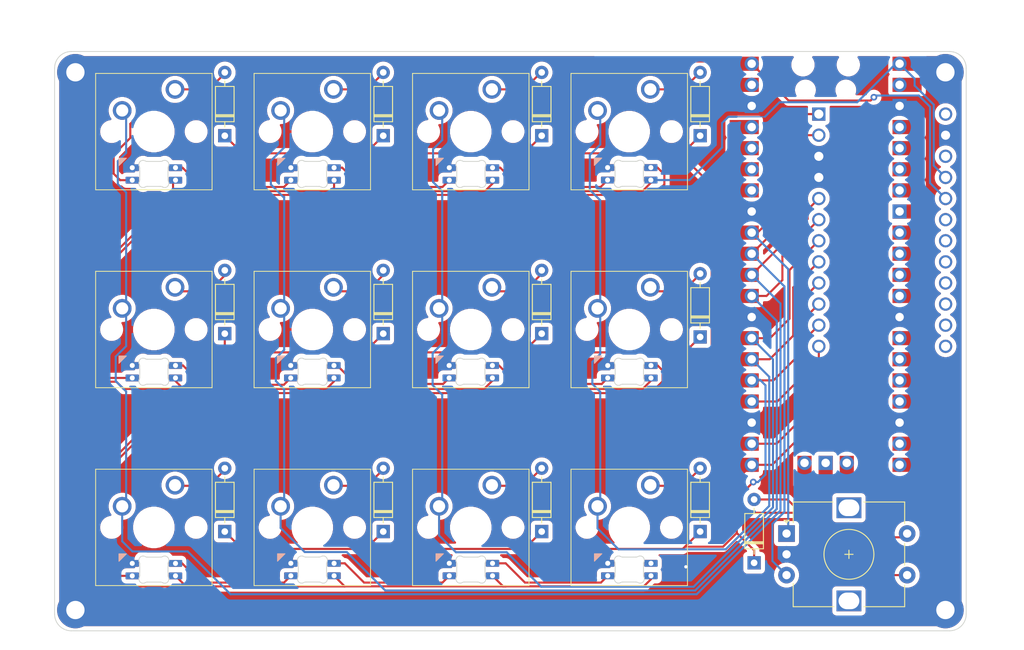
<source format=kicad_pcb>
(kicad_pcb (version 20171130) (host pcbnew "(5.1.10)-1")
  (layers (0 F.Cu signal) (31 B.Cu signal) (34 B.Paste user) (35 F.Paste user) (36 B.SilkS user) (37 F.SilkS user) (38 B.Mask user) (39 F.Mask user) (44 Edge.Cuts user))
  (net 0 "")
  (net 1 col0)
  (net 2 col1)
  (net 3 col2)
  (net 4 col3)
  (net 5 row0)
  (net 6 row1)
  (net 7 row2)
  (net 8 "Net-(D_0-Pad2)")
  (net 9 "Net-(D_1-Pad2)")
  (net 10 "Net-(D_2-Pad2)")
  (net 11 "Net-(D_3-Pad2)")
  (net 12 "Net-(D_4-Pad2)")
  (net 13 "Net-(D_5-Pad2)")
  (net 14 "Net-(D_6-Pad2)")
  (net 15 "Net-(D_7-Pad2)")
  (net 16 "Net-(D_8-Pad2)")
  (net 17 "Net-(D_9-Pad2)")
  (net 18 "Net-(D_10-Pad2)")
  (net 19 "Net-(D_11-Pad2)")
  (net 20 "Net-(U1-Pad43)")
  (net 21 "Net-(U1-Pad42)")
  (net 22 "Net-(U1-Pad41)")
  (net 23 "Net-(U1-Pad21)")
  (net 24 "Net-(U1-Pad22)")
  (net 25 "Net-(U1-Pad29)")
  (net 26 "Net-(U1-Pad30)")
  (net 27 "Net-(U1-Pad33)")
  (net 28 "Net-(U1-Pad35)")
  (net 29 "Net-(U1-Pad36)")
  (net 30 "Net-(U1-Pad37)")
  (net 31 "Net-(U1-Pad39)")
  (net 32 "Net-(U1-Pad5)")
  (net 33 "Net-(U1-Pad4)")
  (net 34 "Net-(U1-Pad2)")
  (net 35 "Net-(U1-Pad31)")
  (net 36 "Net-(U1-Pad32)")
  (net 37 "Net-(U1-Pad34)")
  (net 38 GND)
  (net 39 LEDDINPIN)
  (net 40 VBUS)
  (net 41 "Net-(D10-Pad2)")
  (net 42 "Net-(D10-Pad4)")
  (net 43 "Net-(D1-Pad2)")
  (net 44 "Net-(D2-Pad2)")
  (net 45 "Net-(D3-Pad2)")
  (net 46 "Net-(D4-Pad2)")
  (net 47 "Net-(D5-Pad2)")
  (net 48 "Net-(D6-Pad2)")
  (net 49 "Net-(D7-Pad2)")
  (net 50 "Net-(D8-Pad2)")
  (net 51 "Net-(D11-Pad2)")
  (net 52 "Net-(U1-Pad7)")
  (net 53 "Net-(D_14-Pad2)")
  (net 54 col4)
  (net 55 ROTB)
  (net 56 ROTA)
  (net 57 "Net-(U1-Pad24)")
  (net 58 "Net-(U1-Pad25)")
  (net 59 "Net-(U1-Pad26)")
  (net 60 "Net-(U1-Pad27)")
  (net 61 "Net-(U1-Pad6)")
  (net 62 "Net-(D12-Pad2)")
  (net 63 "Net-(U2-Pad24)")
  (net 64 "Net-(U2-Pad22)")
  (net 65 "Net-(U2-Pad19)")
  (net 66 "Net-(U2-Pad18)")
  (net 67 "Net-(U2-Pad17)")
  (net 68 "Net-(U2-Pad16)")
  (net 69 "Net-(U2-Pad15)")
  (net 70 "Net-(U2-Pad14)")
  (net 71 "Net-(U2-Pad13)")
  (module promicro:ProMicro-NoSilk (layer F.Cu) (at 162.9 60.3 270)
    (fp_text reference U2 hide)
    (fp_text value ProMicro)
    (pad 24 thru_hole circle (at -13.97 -7.62 270) (size 1.6 1.6) (drill 1.1) (layers *.Cu *.Mask) (net 63 "Net-(U2-Pad24)"))
    (pad 23 thru_hole circle (at -11.43 -7.62 270) (size 1.6 1.6) (drill 1.1) (layers *.Cu *.Mask) (net 38 GND))
    (pad 22 thru_hole circle (at -8.89 -7.62 270) (size 1.6 1.6) (drill 1.1) (layers *.Cu *.Mask) (net 64 "Net-(U2-Pad22)"))
    (pad 21 thru_hole circle (at -6.35 -7.62 270) (size 1.6 1.6) (drill 1.1) (layers *.Cu *.Mask) (net 40 VBUS))
    (pad 20 thru_hole circle (at -3.81 -7.62 270) (size 1.6 1.6) (drill 1.1) (layers *.Cu *.Mask) (net 39 LEDDINPIN))
    (pad 19 thru_hole circle (at -1.27 -7.62 270) (size 1.6 1.6) (drill 1.1) (layers *.Cu *.Mask) (net 65 "Net-(U2-Pad19)"))
    (pad 18 thru_hole circle (at 1.27 -7.62 270) (size 1.6 1.6) (drill 1.1) (layers *.Cu *.Mask) (net 66 "Net-(U2-Pad18)"))
    (pad 17 thru_hole circle (at 3.81 -7.62 270) (size 1.6 1.6) (drill 1.1) (layers *.Cu *.Mask) (net 67 "Net-(U2-Pad17)"))
    (pad 16 thru_hole circle (at 6.35 -7.62 270) (size 1.6 1.6) (drill 1.1) (layers *.Cu *.Mask) (net 68 "Net-(U2-Pad16)"))
    (pad 15 thru_hole circle (at 8.89 -7.62 270) (size 1.6 1.6) (drill 1.1) (layers *.Cu *.Mask) (net 69 "Net-(U2-Pad15)"))
    (pad 14 thru_hole circle (at 11.43 -7.62 270) (size 1.6 1.6) (drill 1.1) (layers *.Cu *.Mask) (net 70 "Net-(U2-Pad14)"))
    (pad 13 thru_hole circle (at 13.97 -7.62 270) (size 1.6 1.6) (drill 1.1) (layers *.Cu *.Mask) (net 71 "Net-(U2-Pad13)"))
    (pad 12 thru_hole circle (at 13.97 7.62 270) (size 1.6 1.6) (drill 1.1) (layers *.Cu *.Mask) (net 7 row2))
    (pad 11 thru_hole circle (at 11.43 7.62 270) (size 1.6 1.6) (drill 1.1) (layers *.Cu *.Mask) (net 6 row1))
    (pad 10 thru_hole circle (at 8.89 7.62 270) (size 1.6 1.6) (drill 1.1) (layers *.Cu *.Mask) (net 5 row0))
    (pad 9 thru_hole circle (at 6.35 7.62 270) (size 1.6 1.6) (drill 1.1) (layers *.Cu *.Mask) (net 54 col4))
    (pad 8 thru_hole circle (at 3.81 7.62 270) (size 1.6 1.6) (drill 1.1) (layers *.Cu *.Mask) (net 4 col3))
    (pad 7 thru_hole circle (at 1.27 7.62 270) (size 1.6 1.6) (drill 1.1) (layers *.Cu *.Mask) (net 3 col2))
    (pad 6 thru_hole circle (at -1.27 7.62 270) (size 1.6 1.6) (drill 1.1) (layers *.Cu *.Mask) (net 2 col1))
    (pad 5 thru_hole circle (at -3.81 7.62 270) (size 1.6 1.6) (drill 1.1) (layers *.Cu *.Mask) (net 1 col0))
    (pad 4 thru_hole circle (at -6.35 7.62 270) (size 1.6 1.6) (drill 1.1) (layers *.Cu *.Mask) (net 38 GND))
    (pad 3 thru_hole circle (at -8.89 7.62 270) (size 1.6 1.6) (drill 1.1) (layers *.Cu *.Mask) (net 38 GND))
    (pad 2 thru_hole circle (at -11.43 7.62 270) (size 1.6 1.6) (drill 1.1) (layers *.Cu *.Mask) (net 56 ROTA))
    (pad 1 thru_hole rect (at -13.97 7.62 270) (size 1.6 1.6) (drill 1.1) (layers *.Cu *.Mask) (net 55 ROTB))
  )
  (module MCU_RaspberryPi_and_Boards:RPi_Pico_SMD_TH (layer F.Cu) (at 156.1 64.4)
    (fp_text reference U1)
    (fp_text value Pico)
    (pad 43 thru_hole oval (at 2.54 23.9) (size 1.7 1.7) (drill 1.02) (layers *.Cu *.Mask) (net 20 "Net-(U1-Pad43)"))
    (pad 43 smd rect (at 2.54 23.9 90) (size 3.5 1.7) (drill (offset -0.9 0)) (layers F.Cu F.Mask) (net 20 "Net-(U1-Pad43)"))
    (pad 42 thru_hole rect (at 0 23.9) (size 1.7 1.7) (drill 1.02) (layers *.Cu *.Mask) (net 21 "Net-(U1-Pad42)"))
    (pad 42 smd rect (at 0 23.9 90) (size 3.5 1.7) (drill (offset -0.9 0)) (layers F.Cu F.Mask) (net 21 "Net-(U1-Pad42)"))
    (pad 41 thru_hole oval (at -2.54 23.9) (size 1.7 1.7) (drill 1.02) (layers *.Cu *.Mask) (net 22 "Net-(U1-Pad41)"))
    (pad 41 smd rect (at -2.54 23.9 90) (size 3.5 1.7) (drill (offset -0.9 0)) (layers F.Cu F.Mask) (net 22 "Net-(U1-Pad41)"))
    (pad "" np_thru_hole oval (at 2.425 -20.97) (size 1.5 1.5) (drill 1.5) (layers *.Cu *.Mask))
    (pad "" np_thru_hole oval (at -2.425 -20.97) (size 1.5 1.5) (drill 1.5) (layers *.Cu *.Mask))
    (pad "" np_thru_hole oval (at 2.725 -24) (size 1.8 1.8) (drill 1.8) (layers *.Cu *.Mask))
    (pad "" np_thru_hole oval (at -2.725 -24) (size 1.8 1.8) (drill 1.8) (layers *.Cu *.Mask))
    (pad 21 smd rect (at 8.89 24.13) (size 3.5 1.7) (drill (offset 0.9 0)) (layers F.Cu F.Mask) (net 23 "Net-(U1-Pad21)"))
    (pad 22 smd rect (at 8.89 21.59) (size 3.5 1.7) (drill (offset 0.9 0)) (layers F.Cu F.Mask) (net 24 "Net-(U1-Pad22)"))
    (pad 23 smd rect (at 8.89 19.05) (size 3.5 1.7) (drill (offset 0.9 0)) (layers F.Cu F.Mask) (net 38 GND))
    (pad 24 smd rect (at 8.89 16.51) (size 3.5 1.7) (drill (offset 0.9 0)) (layers F.Cu F.Mask) (net 57 "Net-(U1-Pad24)"))
    (pad 25 smd rect (at 8.89 13.97) (size 3.5 1.7) (drill (offset 0.9 0)) (layers F.Cu F.Mask) (net 58 "Net-(U1-Pad25)"))
    (pad 26 smd rect (at 8.89 11.43) (size 3.5 1.7) (drill (offset 0.9 0)) (layers F.Cu F.Mask) (net 59 "Net-(U1-Pad26)"))
    (pad 27 smd rect (at 8.89 8.89) (size 3.5 1.7) (drill (offset 0.9 0)) (layers F.Cu F.Mask) (net 60 "Net-(U1-Pad27)"))
    (pad 28 smd rect (at 8.89 6.35) (size 3.5 1.7) (drill (offset 0.9 0)) (layers F.Cu F.Mask) (net 38 GND))
    (pad 29 smd rect (at 8.89 3.81) (size 3.5 1.7) (drill (offset 0.9 0)) (layers F.Cu F.Mask) (net 25 "Net-(U1-Pad29)"))
    (pad 30 smd rect (at 8.89 1.27) (size 3.5 1.7) (drill (offset 0.9 0)) (layers F.Cu F.Mask) (net 26 "Net-(U1-Pad30)"))
    (pad 31 smd rect (at 8.89 -1.27) (size 3.5 1.7) (drill (offset 0.9 0)) (layers F.Cu F.Mask) (net 35 "Net-(U1-Pad31)"))
    (pad 32 smd rect (at 8.89 -3.81) (size 3.5 1.7) (drill (offset 0.9 0)) (layers F.Cu F.Mask) (net 36 "Net-(U1-Pad32)"))
    (pad 33 smd rect (at 8.89 -6.35) (size 3.5 1.7) (drill (offset 0.9 0)) (layers F.Cu F.Mask) (net 27 "Net-(U1-Pad33)"))
    (pad 34 smd rect (at 8.89 -8.89) (size 3.5 1.7) (drill (offset 0.9 0)) (layers F.Cu F.Mask) (net 37 "Net-(U1-Pad34)"))
    (pad 35 smd rect (at 8.89 -11.43) (size 3.5 1.7) (drill (offset 0.9 0)) (layers F.Cu F.Mask) (net 28 "Net-(U1-Pad35)"))
    (pad 36 smd rect (at 8.89 -13.97) (size 3.5 1.7) (drill (offset 0.9 0)) (layers F.Cu F.Mask) (net 29 "Net-(U1-Pad36)"))
    (pad 37 smd rect (at 8.89 -16.51) (size 3.5 1.7) (drill (offset 0.9 0)) (layers F.Cu F.Mask) (net 30 "Net-(U1-Pad37)"))
    (pad 38 smd rect (at 8.89 -19.05) (size 3.5 1.7) (drill (offset 0.9 0)) (layers F.Cu F.Mask) (net 38 GND))
    (pad 39 smd rect (at 8.89 -21.59) (size 3.5 1.7) (drill (offset 0.9 0)) (layers F.Cu F.Mask) (net 31 "Net-(U1-Pad39)"))
    (pad 40 smd rect (at 8.89 -24.13) (size 3.5 1.7) (drill (offset 0.9 0)) (layers F.Cu F.Mask) (net 40 VBUS))
    (pad 20 smd rect (at -8.89 24.13) (size 3.5 1.7) (drill (offset -0.9 0)) (layers F.Cu F.Mask) (net 7 row2))
    (pad 19 smd rect (at -8.89 21.59) (size 3.5 1.7) (drill (offset -0.9 0)) (layers F.Cu F.Mask) (net 6 row1))
    (pad 18 smd rect (at -8.89 19.05) (size 3.5 1.7) (drill (offset -0.9 0)) (layers F.Cu F.Mask) (net 38 GND))
    (pad 17 smd rect (at -8.89 16.51) (size 3.5 1.7) (drill (offset -0.9 0)) (layers F.Cu F.Mask) (net 5 row0))
    (pad 16 smd rect (at -8.89 13.97) (size 3.5 1.7) (drill (offset -0.9 0)) (layers F.Cu F.Mask) (net 54 col4))
    (pad 15 smd rect (at -8.89 11.43) (size 3.5 1.7) (drill (offset -0.9 0)) (layers F.Cu F.Mask) (net 4 col3))
    (pad 14 smd rect (at -8.89 8.89) (size 3.5 1.7) (drill (offset -0.9 0)) (layers F.Cu F.Mask) (net 3 col2))
    (pad 13 smd rect (at -8.89 6.35) (size 3.5 1.7) (drill (offset -0.9 0)) (layers F.Cu F.Mask) (net 38 GND))
    (pad 12 smd rect (at -8.89 3.81) (size 3.5 1.7) (drill (offset -0.9 0)) (layers F.Cu F.Mask) (net 2 col1))
    (pad 11 smd rect (at -8.89 1.27) (size 3.5 1.7) (drill (offset -0.9 0)) (layers F.Cu F.Mask) (net 1 col0))
    (pad 10 smd rect (at -8.89 -1.27) (size 3.5 1.7) (drill (offset -0.9 0)) (layers F.Cu F.Mask) (net 56 ROTA))
    (pad 9 smd rect (at -8.89 -3.81) (size 3.5 1.7) (drill (offset -0.9 0)) (layers F.Cu F.Mask) (net 55 ROTB))
    (pad 8 smd rect (at -8.89 -6.35) (size 3.5 1.7) (drill (offset -0.9 0)) (layers F.Cu F.Mask) (net 38 GND))
    (pad 7 smd rect (at -8.89 -8.89) (size 3.5 1.7) (drill (offset -0.9 0)) (layers F.Cu F.Mask) (net 52 "Net-(U1-Pad7)"))
    (pad 6 smd rect (at -8.89 -11.43) (size 3.5 1.7) (drill (offset -0.9 0)) (layers F.Cu F.Mask) (net 61 "Net-(U1-Pad6)"))
    (pad 5 smd rect (at -8.89 -13.97) (size 3.5 1.7) (drill (offset -0.9 0)) (layers F.Cu F.Mask) (net 32 "Net-(U1-Pad5)"))
    (pad 4 smd rect (at -8.89 -16.51) (size 3.5 1.7) (drill (offset -0.9 0)) (layers F.Cu F.Mask) (net 33 "Net-(U1-Pad4)"))
    (pad 3 smd rect (at -8.89 -19.05) (size 3.5 1.7) (drill (offset -0.9 0)) (layers F.Cu F.Mask) (net 38 GND))
    (pad 2 smd rect (at -8.89 -21.59) (size 3.5 1.7) (drill (offset -0.9 0)) (layers F.Cu F.Mask) (net 34 "Net-(U1-Pad2)"))
    (pad 1 smd rect (at -8.89 -24.13) (size 3.5 1.7) (drill (offset -0.9 0)) (layers F.Cu F.Mask) (net 39 LEDDINPIN))
    (pad 40 thru_hole oval (at 8.89 -24.13) (size 1.7 1.7) (drill 1.02) (layers *.Cu *.Mask) (net 40 VBUS))
    (pad 39 thru_hole oval (at 8.89 -21.59) (size 1.7 1.7) (drill 1.02) (layers *.Cu *.Mask) (net 31 "Net-(U1-Pad39)"))
    (pad 38 thru_hole rect (at 8.89 -19.05) (size 1.7 1.7) (drill 1.02) (layers *.Cu *.Mask) (net 38 GND))
    (pad 37 thru_hole oval (at 8.89 -16.51) (size 1.7 1.7) (drill 1.02) (layers *.Cu *.Mask) (net 30 "Net-(U1-Pad37)"))
    (pad 36 thru_hole oval (at 8.89 -13.97) (size 1.7 1.7) (drill 1.02) (layers *.Cu *.Mask) (net 29 "Net-(U1-Pad36)"))
    (pad 35 thru_hole oval (at 8.89 -11.43) (size 1.7 1.7) (drill 1.02) (layers *.Cu *.Mask) (net 28 "Net-(U1-Pad35)"))
    (pad 34 thru_hole oval (at 8.89 -8.89) (size 1.7 1.7) (drill 1.02) (layers *.Cu *.Mask) (net 37 "Net-(U1-Pad34)"))
    (pad 33 thru_hole rect (at 8.89 -6.35) (size 1.7 1.7) (drill 1.02) (layers *.Cu *.Mask) (net 27 "Net-(U1-Pad33)"))
    (pad 32 thru_hole oval (at 8.89 -3.81) (size 1.7 1.7) (drill 1.02) (layers *.Cu *.Mask) (net 36 "Net-(U1-Pad32)"))
    (pad 31 thru_hole oval (at 8.89 -1.27) (size 1.7 1.7) (drill 1.02) (layers *.Cu *.Mask) (net 35 "Net-(U1-Pad31)"))
    (pad 30 thru_hole oval (at 8.89 1.27) (size 1.7 1.7) (drill 1.02) (layers *.Cu *.Mask) (net 26 "Net-(U1-Pad30)"))
    (pad 29 thru_hole oval (at 8.89 3.81) (size 1.7 1.7) (drill 1.02) (layers *.Cu *.Mask) (net 25 "Net-(U1-Pad29)"))
    (pad 28 thru_hole rect (at 8.89 6.35) (size 1.7 1.7) (drill 1.02) (layers *.Cu *.Mask) (net 38 GND))
    (pad 27 thru_hole oval (at 8.89 8.89) (size 1.7 1.7) (drill 1.02) (layers *.Cu *.Mask) (net 60 "Net-(U1-Pad27)"))
    (pad 26 thru_hole oval (at 8.89 11.43) (size 1.7 1.7) (drill 1.02) (layers *.Cu *.Mask) (net 59 "Net-(U1-Pad26)"))
    (pad 25 thru_hole oval (at 8.89 13.97) (size 1.7 1.7) (drill 1.02) (layers *.Cu *.Mask) (net 58 "Net-(U1-Pad25)"))
    (pad 24 thru_hole oval (at 8.89 16.51) (size 1.7 1.7) (drill 1.02) (layers *.Cu *.Mask) (net 57 "Net-(U1-Pad24)"))
    (pad 23 thru_hole rect (at 8.89 19.05) (size 1.7 1.7) (drill 1.02) (layers *.Cu *.Mask) (net 38 GND))
    (pad 22 thru_hole oval (at 8.89 21.59) (size 1.7 1.7) (drill 1.02) (layers *.Cu *.Mask) (net 24 "Net-(U1-Pad22)"))
    (pad 21 thru_hole oval (at 8.89 24.13) (size 1.7 1.7) (drill 1.02) (layers *.Cu *.Mask) (net 23 "Net-(U1-Pad21)"))
    (pad 20 thru_hole oval (at -8.89 24.13) (size 1.7 1.7) (drill 1.02) (layers *.Cu *.Mask) (net 7 row2))
    (pad 19 thru_hole oval (at -8.89 21.59) (size 1.7 1.7) (drill 1.02) (layers *.Cu *.Mask) (net 6 row1))
    (pad 18 thru_hole rect (at -8.89 19.05) (size 1.7 1.7) (drill 1.02) (layers *.Cu *.Mask) (net 38 GND))
    (pad 17 thru_hole oval (at -8.89 16.51) (size 1.7 1.7) (drill 1.02) (layers *.Cu *.Mask) (net 5 row0))
    (pad 16 thru_hole oval (at -8.89 13.97) (size 1.7 1.7) (drill 1.02) (layers *.Cu *.Mask) (net 54 col4))
    (pad 15 thru_hole oval (at -8.89 11.43) (size 1.7 1.7) (drill 1.02) (layers *.Cu *.Mask) (net 4 col3))
    (pad 14 thru_hole oval (at -8.89 8.89) (size 1.7 1.7) (drill 1.02) (layers *.Cu *.Mask) (net 3 col2))
    (pad 13 thru_hole rect (at -8.89 6.35) (size 1.7 1.7) (drill 1.02) (layers *.Cu *.Mask) (net 38 GND))
    (pad 12 thru_hole oval (at -8.89 3.81) (size 1.7 1.7) (drill 1.02) (layers *.Cu *.Mask) (net 2 col1))
    (pad 11 thru_hole oval (at -8.89 1.27) (size 1.7 1.7) (drill 1.02) (layers *.Cu *.Mask) (net 1 col0))
    (pad 10 thru_hole oval (at -8.89 -1.27) (size 1.7 1.7) (drill 1.02) (layers *.Cu *.Mask) (net 56 ROTA))
    (pad 9 thru_hole oval (at -8.89 -3.81) (size 1.7 1.7) (drill 1.02) (layers *.Cu *.Mask) (net 55 ROTB))
    (pad 8 thru_hole rect (at -8.89 -6.35) (size 1.7 1.7) (drill 1.02) (layers *.Cu *.Mask) (net 38 GND))
    (pad 7 thru_hole oval (at -8.89 -8.89) (size 1.7 1.7) (drill 1.02) (layers *.Cu *.Mask) (net 52 "Net-(U1-Pad7)"))
    (pad 6 thru_hole oval (at -8.89 -11.43) (size 1.7 1.7) (drill 1.02) (layers *.Cu *.Mask) (net 61 "Net-(U1-Pad6)"))
    (pad 5 thru_hole oval (at -8.89 -13.97) (size 1.7 1.7) (drill 1.02) (layers *.Cu *.Mask) (net 32 "Net-(U1-Pad5)"))
    (pad 4 thru_hole oval (at -8.89 -16.51) (size 1.7 1.7) (drill 1.02) (layers *.Cu *.Mask) (net 33 "Net-(U1-Pad4)"))
    (pad 3 thru_hole rect (at -8.89 -19.05) (size 1.7 1.7) (drill 1.02) (layers *.Cu *.Mask) (net 38 GND))
    (pad 2 thru_hole oval (at -8.89 -21.59) (size 1.7 1.7) (drill 1.02) (layers *.Cu *.Mask) (net 34 "Net-(U1-Pad2)"))
    (pad 1 thru_hole oval (at -8.89 -24.13) (size 1.7 1.7) (drill 1.02) (layers *.Cu *.Mask) (net 39 LEDDINPIN))
  )
  (module Rotary_Encoder:RotaryEncoder_Alps_EC12E-Switch_Vertical_H20mm (layer F.Cu) (at 151.4 96.8)
    (fp_text reference SW1)
    (fp_text value Rotary_Encoder_Switch)
    (pad A thru_hole rect (at 0 0) (size 2 2) (drill 1) (layers *.Cu *.Mask) (net 55 ROTB))
    (pad C thru_hole circle (at 0 2.5) (size 2 2) (drill 1) (layers *.Cu *.Mask) (net 38 GND))
    (pad B thru_hole circle (at 0 5) (size 2 2) (drill 1) (layers *.Cu *.Mask) (net 56 ROTA))
    (pad MP thru_hole rect (at 7.5 -3.1) (size 3 2.5) (drill oval 2.5 2) (layers *.Cu *.Mask))
    (pad MP thru_hole rect (at 7.5 8.1) (size 3 2.5) (drill oval 2.5 2) (layers *.Cu *.Mask))
    (pad S1 thru_hole circle (at 14.5 0) (size 2 2) (drill 1) (layers *.Cu *.Mask) (net 53 "Net-(D_14-Pad2)"))
    (pad S2 thru_hole circle (at 14.5 5) (size 2 2) (drill 1) (layers *.Cu *.Mask) (net 54 col4))
  )
  (module MX_Only:MXOnly-1U-NoLED (layer F.Cu) (at 94.385 48.435)
    (fp_text reference K_1)
    (fp_text value KEYSW hide)
    (pad 2 thru_hole circle (at 2.54 -5.08) (size 2.25 2.25) (drill 1.47) (layers *.Cu B.Mask) (net 9 "Net-(D_1-Pad2)"))
    (pad "" np_thru_hole circle (at 0 0) (size 3.9878 3.9878) (drill 3.9878) (layers *.Cu *.Mask))
    (pad 1 thru_hole circle (at -3.81 -2.54) (size 2.25 2.25) (drill 1.47) (layers *.Cu B.Mask) (net 2 col1))
    (pad "" np_thru_hole circle (at -5.08 0 48.0996) (size 1.75 1.75) (drill 1.75) (layers *.Cu *.Mask))
    (pad "" np_thru_hole circle (at 5.08 0 48.0996) (size 1.75 1.75) (drill 1.75) (layers *.Cu *.Mask))
  )
  (module MX_Only:MXOnly-1U-NoLED (layer F.Cu) (at 132.485 48.435)
    (fp_text reference K_3)
    (fp_text value KEYSW hide)
    (pad 2 thru_hole circle (at 2.54 -5.08) (size 2.25 2.25) (drill 1.47) (layers *.Cu B.Mask) (net 11 "Net-(D_3-Pad2)"))
    (pad "" np_thru_hole circle (at 0 0) (size 3.9878 3.9878) (drill 3.9878) (layers *.Cu *.Mask))
    (pad 1 thru_hole circle (at -3.81 -2.54) (size 2.25 2.25) (drill 1.47) (layers *.Cu B.Mask) (net 4 col3))
    (pad "" np_thru_hole circle (at -5.08 0 48.0996) (size 1.75 1.75) (drill 1.75) (layers *.Cu *.Mask))
    (pad "" np_thru_hole circle (at 5.08 0 48.0996) (size 1.75 1.75) (drill 1.75) (layers *.Cu *.Mask))
  )
  (module MX_Only:MXOnly-1U-NoLED (layer F.Cu) (at 75.335 72.2475)
    (fp_text reference K_4)
    (fp_text value KEYSW hide)
    (pad 2 thru_hole circle (at 2.54 -5.08) (size 2.25 2.25) (drill 1.47) (layers *.Cu B.Mask) (net 12 "Net-(D_4-Pad2)"))
    (pad "" np_thru_hole circle (at 0 0) (size 3.9878 3.9878) (drill 3.9878) (layers *.Cu *.Mask))
    (pad 1 thru_hole circle (at -3.81 -2.54) (size 2.25 2.25) (drill 1.47) (layers *.Cu B.Mask) (net 1 col0))
    (pad "" np_thru_hole circle (at -5.08 0 48.0996) (size 1.75 1.75) (drill 1.75) (layers *.Cu *.Mask))
    (pad "" np_thru_hole circle (at 5.08 0 48.0996) (size 1.75 1.75) (drill 1.75) (layers *.Cu *.Mask))
  )
  (module MX_Only:MXOnly-1U-NoLED (layer F.Cu) (at 94.385 72.2475)
    (fp_text reference K_5)
    (fp_text value KEYSW hide)
    (pad 2 thru_hole circle (at 2.54 -5.08) (size 2.25 2.25) (drill 1.47) (layers *.Cu B.Mask) (net 13 "Net-(D_5-Pad2)"))
    (pad "" np_thru_hole circle (at 0 0) (size 3.9878 3.9878) (drill 3.9878) (layers *.Cu *.Mask))
    (pad 1 thru_hole circle (at -3.81 -2.54) (size 2.25 2.25) (drill 1.47) (layers *.Cu B.Mask) (net 2 col1))
    (pad "" np_thru_hole circle (at -5.08 0 48.0996) (size 1.75 1.75) (drill 1.75) (layers *.Cu *.Mask))
    (pad "" np_thru_hole circle (at 5.08 0 48.0996) (size 1.75 1.75) (drill 1.75) (layers *.Cu *.Mask))
  )
  (module MX_Only:MXOnly-1U-NoLED (layer F.Cu) (at 113.435 72.2475)
    (fp_text reference K_6)
    (fp_text value KEYSW hide)
    (pad 2 thru_hole circle (at 2.54 -5.08) (size 2.25 2.25) (drill 1.47) (layers *.Cu B.Mask) (net 14 "Net-(D_6-Pad2)"))
    (pad "" np_thru_hole circle (at 0 0) (size 3.9878 3.9878) (drill 3.9878) (layers *.Cu *.Mask))
    (pad 1 thru_hole circle (at -3.81 -2.54) (size 2.25 2.25) (drill 1.47) (layers *.Cu B.Mask) (net 3 col2))
    (pad "" np_thru_hole circle (at -5.08 0 48.0996) (size 1.75 1.75) (drill 1.75) (layers *.Cu *.Mask))
    (pad "" np_thru_hole circle (at 5.08 0 48.0996) (size 1.75 1.75) (drill 1.75) (layers *.Cu *.Mask))
  )
  (module MX_Only:MXOnly-1U-NoLED (layer F.Cu) (at 132.485 72.2475)
    (fp_text reference K_7)
    (fp_text value KEYSW hide)
    (pad 2 thru_hole circle (at 2.54 -5.08) (size 2.25 2.25) (drill 1.47) (layers *.Cu B.Mask) (net 15 "Net-(D_7-Pad2)"))
    (pad "" np_thru_hole circle (at 0 0) (size 3.9878 3.9878) (drill 3.9878) (layers *.Cu *.Mask))
    (pad 1 thru_hole circle (at -3.81 -2.54) (size 2.25 2.25) (drill 1.47) (layers *.Cu B.Mask) (net 4 col3))
    (pad "" np_thru_hole circle (at -5.08 0 48.0996) (size 1.75 1.75) (drill 1.75) (layers *.Cu *.Mask))
    (pad "" np_thru_hole circle (at 5.08 0 48.0996) (size 1.75 1.75) (drill 1.75) (layers *.Cu *.Mask))
  )
  (module MX_Only:MXOnly-1U-NoLED (layer F.Cu) (at 75.335 96.06)
    (fp_text reference K_8)
    (fp_text value KEYSW hide)
    (pad 2 thru_hole circle (at 2.54 -5.08) (size 2.25 2.25) (drill 1.47) (layers *.Cu B.Mask) (net 16 "Net-(D_8-Pad2)"))
    (pad "" np_thru_hole circle (at 0 0) (size 3.9878 3.9878) (drill 3.9878) (layers *.Cu *.Mask))
    (pad 1 thru_hole circle (at -3.81 -2.54) (size 2.25 2.25) (drill 1.47) (layers *.Cu B.Mask) (net 1 col0))
    (pad "" np_thru_hole circle (at -5.08 0 48.0996) (size 1.75 1.75) (drill 1.75) (layers *.Cu *.Mask))
    (pad "" np_thru_hole circle (at 5.08 0 48.0996) (size 1.75 1.75) (drill 1.75) (layers *.Cu *.Mask))
  )
  (module MX_Only:MXOnly-1U-NoLED (layer F.Cu) (at 94.385 96.06)
    (fp_text reference K_9)
    (fp_text value KEYSW hide)
    (pad 2 thru_hole circle (at 2.54 -5.08) (size 2.25 2.25) (drill 1.47) (layers *.Cu B.Mask) (net 17 "Net-(D_9-Pad2)"))
    (pad "" np_thru_hole circle (at 0 0) (size 3.9878 3.9878) (drill 3.9878) (layers *.Cu *.Mask))
    (pad 1 thru_hole circle (at -3.81 -2.54) (size 2.25 2.25) (drill 1.47) (layers *.Cu B.Mask) (net 2 col1))
    (pad "" np_thru_hole circle (at -5.08 0 48.0996) (size 1.75 1.75) (drill 1.75) (layers *.Cu *.Mask))
    (pad "" np_thru_hole circle (at 5.08 0 48.0996) (size 1.75 1.75) (drill 1.75) (layers *.Cu *.Mask))
  )
  (module MX_Only:MXOnly-1U-NoLED (layer F.Cu) (at 113.435 96.06)
    (fp_text reference K_10)
    (fp_text value KEYSW hide)
    (pad 2 thru_hole circle (at 2.54 -5.08) (size 2.25 2.25) (drill 1.47) (layers *.Cu B.Mask) (net 18 "Net-(D_10-Pad2)"))
    (pad "" np_thru_hole circle (at 0 0) (size 3.9878 3.9878) (drill 3.9878) (layers *.Cu *.Mask))
    (pad 1 thru_hole circle (at -3.81 -2.54) (size 2.25 2.25) (drill 1.47) (layers *.Cu B.Mask) (net 3 col2))
    (pad "" np_thru_hole circle (at -5.08 0 48.0996) (size 1.75 1.75) (drill 1.75) (layers *.Cu *.Mask))
    (pad "" np_thru_hole circle (at 5.08 0 48.0996) (size 1.75 1.75) (drill 1.75) (layers *.Cu *.Mask))
  )
  (module Diode_THT:D_DO-35_SOD27_P7.62mm_Horizontal (layer F.Cu) (at 83.86 48.935 90)
    (fp_text reference D_0)
    (fp_text value D)
    (pad 2 thru_hole oval (at 7.62 0 90) (size 1.6 1.6) (drill 0.8) (layers *.Cu *.Mask) (net 8 "Net-(D_0-Pad2)"))
    (pad 1 thru_hole rect (at 0 0 90) (size 1.6 1.6) (drill 0.8) (layers *.Cu *.Mask) (net 5 row0))
  )
  (module Diode_THT:D_DO-35_SOD27_P7.62mm_Horizontal (layer F.Cu) (at 102.91 48.935 90)
    (fp_text reference D_1)
    (fp_text value D)
    (pad 2 thru_hole oval (at 7.62 0 90) (size 1.6 1.6) (drill 0.8) (layers *.Cu *.Mask) (net 9 "Net-(D_1-Pad2)"))
    (pad 1 thru_hole rect (at 0 0 90) (size 1.6 1.6) (drill 0.8) (layers *.Cu *.Mask) (net 5 row0))
  )
  (module Diode_THT:D_DO-35_SOD27_P7.62mm_Horizontal (layer F.Cu) (at 121.96 48.935 90)
    (fp_text reference D_2)
    (fp_text value D)
    (pad 2 thru_hole oval (at 7.62 0 90) (size 1.6 1.6) (drill 0.8) (layers *.Cu *.Mask) (net 10 "Net-(D_2-Pad2)"))
    (pad 1 thru_hole rect (at 0 0 90) (size 1.6 1.6) (drill 0.8) (layers *.Cu *.Mask) (net 5 row0))
  )
  (module Diode_THT:D_DO-35_SOD27_P7.62mm_Horizontal (layer F.Cu) (at 141.01 48.935 90)
    (fp_text reference D_3)
    (fp_text value D)
    (pad 2 thru_hole oval (at 7.62 0 90) (size 1.6 1.6) (drill 0.8) (layers *.Cu *.Mask) (net 11 "Net-(D_3-Pad2)"))
    (pad 1 thru_hole rect (at 0 0 90) (size 1.6 1.6) (drill 0.8) (layers *.Cu *.Mask) (net 5 row0))
  )
  (module Diode_THT:D_DO-35_SOD27_P7.62mm_Horizontal (layer F.Cu) (at 83.86 72.7475 90)
    (fp_text reference D_4)
    (fp_text value D)
    (pad 2 thru_hole oval (at 7.62 0 90) (size 1.6 1.6) (drill 0.8) (layers *.Cu *.Mask) (net 12 "Net-(D_4-Pad2)"))
    (pad 1 thru_hole rect (at 0 0 90) (size 1.6 1.6) (drill 0.8) (layers *.Cu *.Mask) (net 6 row1))
  )
  (module Diode_THT:D_DO-35_SOD27_P7.62mm_Horizontal (layer F.Cu) (at 102.91 72.7475 90)
    (fp_text reference D_5)
    (fp_text value D)
    (pad 2 thru_hole oval (at 7.62 0 90) (size 1.6 1.6) (drill 0.8) (layers *.Cu *.Mask) (net 13 "Net-(D_5-Pad2)"))
    (pad 1 thru_hole rect (at 0 0 90) (size 1.6 1.6) (drill 0.8) (layers *.Cu *.Mask) (net 6 row1))
  )
  (module Diode_THT:D_DO-35_SOD27_P7.62mm_Horizontal (layer F.Cu) (at 121.96 72.7475 90)
    (fp_text reference D_6)
    (fp_text value D)
    (pad 2 thru_hole oval (at 7.62 0 90) (size 1.6 1.6) (drill 0.8) (layers *.Cu *.Mask) (net 14 "Net-(D_6-Pad2)"))
    (pad 1 thru_hole rect (at 0 0 90) (size 1.6 1.6) (drill 0.8) (layers *.Cu *.Mask) (net 6 row1))
  )
  (module Diode_THT:D_DO-35_SOD27_P7.62mm_Horizontal (layer F.Cu) (at 141.01 73.1475 90)
    (fp_text reference D_7)
    (fp_text value D)
    (pad 2 thru_hole oval (at 7.62 0 90) (size 1.6 1.6) (drill 0.8) (layers *.Cu *.Mask) (net 15 "Net-(D_7-Pad2)"))
    (pad 1 thru_hole rect (at 0 0 90) (size 1.6 1.6) (drill 0.8) (layers *.Cu *.Mask) (net 6 row1))
  )
  (module Diode_THT:D_DO-35_SOD27_P7.62mm_Horizontal (layer F.Cu) (at 83.86 96.56 90)
    (fp_text reference D_8)
    (fp_text value D)
    (pad 2 thru_hole oval (at 7.62 0 90) (size 1.6 1.6) (drill 0.8) (layers *.Cu *.Mask) (net 16 "Net-(D_8-Pad2)"))
    (pad 1 thru_hole rect (at 0 0 90) (size 1.6 1.6) (drill 0.8) (layers *.Cu *.Mask) (net 7 row2))
  )
  (module Diode_THT:D_DO-35_SOD27_P7.62mm_Horizontal (layer F.Cu) (at 102.91 96.56 90)
    (fp_text reference D_9)
    (fp_text value D)
    (pad 2 thru_hole oval (at 7.62 0 90) (size 1.6 1.6) (drill 0.8) (layers *.Cu *.Mask) (net 17 "Net-(D_9-Pad2)"))
    (pad 1 thru_hole rect (at 0 0 90) (size 1.6 1.6) (drill 0.8) (layers *.Cu *.Mask) (net 7 row2))
  )
  (module Diode_THT:D_DO-35_SOD27_P7.62mm_Horizontal (layer F.Cu) (at 121.96 96.56 90)
    (fp_text reference D_10)
    (fp_text value D)
    (pad 2 thru_hole oval (at 7.62 0 90) (size 1.6 1.6) (drill 0.8) (layers *.Cu *.Mask) (net 18 "Net-(D_10-Pad2)"))
    (pad 1 thru_hole rect (at 0 0 90) (size 1.6 1.6) (drill 0.8) (layers *.Cu *.Mask) (net 7 row2))
  )
  (module Diode_THT:D_DO-35_SOD27_P7.62mm_Horizontal (layer F.Cu) (at 141.01 96.56 90)
    (fp_text reference D_11)
    (fp_text value D)
    (pad 2 thru_hole oval (at 7.62 0 90) (size 1.6 1.6) (drill 0.8) (layers *.Cu *.Mask) (net 19 "Net-(D_11-Pad2)"))
    (pad 1 thru_hole rect (at 0 0 90) (size 1.6 1.6) (drill 0.8) (layers *.Cu *.Mask) (net 7 row2))
  )
  (module MX_Only:MXOnly-1U-NoLED (layer F.Cu) (at 75.335 48.435)
    (fp_text reference K_0)
    (fp_text value KEYSW hide)
    (pad 2 thru_hole circle (at 2.54 -5.08) (size 2.25 2.25) (drill 1.47) (layers *.Cu B.Mask) (net 8 "Net-(D_0-Pad2)"))
    (pad "" np_thru_hole circle (at 0 0) (size 3.9878 3.9878) (drill 3.9878) (layers *.Cu *.Mask))
    (pad 1 thru_hole circle (at -3.81 -2.54) (size 2.25 2.25) (drill 1.47) (layers *.Cu B.Mask) (net 1 col0))
    (pad "" np_thru_hole circle (at -5.08 0 48.0996) (size 1.75 1.75) (drill 1.75) (layers *.Cu *.Mask))
    (pad "" np_thru_hole circle (at 5.08 0 48.0996) (size 1.75 1.75) (drill 1.75) (layers *.Cu *.Mask))
  )
  (module MX_Only:MXOnly-1U-NoLED (layer F.Cu) (at 113.435 48.435)
    (fp_text reference K_2)
    (fp_text value KEYSW hide)
    (pad 2 thru_hole circle (at 2.54 -5.08) (size 2.25 2.25) (drill 1.47) (layers *.Cu B.Mask) (net 10 "Net-(D_2-Pad2)"))
    (pad "" np_thru_hole circle (at 0 0) (size 3.9878 3.9878) (drill 3.9878) (layers *.Cu *.Mask))
    (pad 1 thru_hole circle (at -3.81 -2.54) (size 2.25 2.25) (drill 1.47) (layers *.Cu B.Mask) (net 3 col2))
    (pad "" np_thru_hole circle (at -5.08 0 48.0996) (size 1.75 1.75) (drill 1.75) (layers *.Cu *.Mask))
    (pad "" np_thru_hole circle (at 5.08 0 48.0996) (size 1.75 1.75) (drill 1.75) (layers *.Cu *.Mask))
  )
  (module sk6812mini:MX_SK6812MINI-E_REV (layer F.Cu) (at 75.335 48.45)
    (fp_text reference D1 hide)
    (fp_text value SK6812MINI-E)
    (fp_line (start -0.794452 3.58) (end 0.794452 3.58) (layer Edge.Cuts) (width 0.1))
    (fp_line (start -1.699999 5.782842) (end -1.699999 4.377158) (layer Edge.Cuts) (width 0.1))
    (fp_line (start 0.794452 6.579999) (end -0.794453 6.579999) (layer Edge.Cuts) (width 0.1))
    (fp_line (start 1.699999 4.377158) (end 1.699999 5.782842) (layer Edge.Cuts) (width 0.1))
    (fp_arc (start 0.794452 3.08) (end 0.794452 3.58) (angle -30.2992623) (layer Edge.Cuts) (width 0.1))
    (fp_arc (start -0.794452 3.08) (end -1.046711 3.511701) (angle -30.29933433) (layer Edge.Cuts) (width 0.1))
    (fp_arc (start -1.298969 3.943402) (end -1.046711 3.511701) (angle -146.0055121) (layer Edge.Cuts) (width 0.1))
    (fp_arc (start -2.199999 4.377158) (end -1.699999 4.377158) (angle -25.70617777) (layer Edge.Cuts) (width 0.1))
    (fp_arc (start -2.199999 5.782842) (end -1.749484 5.99972) (angle -25.70608136) (layer Edge.Cuts) (width 0.1))
    (fp_arc (start -1.298969 6.216597) (end -1.749484 5.99972) (angle -146.0053097) (layer Edge.Cuts) (width 0.1))
    (fp_arc (start -0.794453 7.079999) (end -0.794453 6.579999) (angle -30.29922831) (layer Edge.Cuts) (width 0.1))
    (fp_arc (start 0.794452 7.079999) (end 1.046711 6.648299) (angle -30.29928212) (layer Edge.Cuts) (width 0.1))
    (fp_arc (start 1.298969 6.216598) (end 1.046711 6.648299) (angle -146.0054017) (layer Edge.Cuts) (width 0.1))
    (fp_arc (start 2.199999 5.782842) (end 1.699999 5.782842) (angle -25.70611954) (layer Edge.Cuts) (width 0.1))
    (fp_arc (start 2.199999 4.377158) (end 1.749484 4.16028) (angle -25.70611205) (layer Edge.Cuts) (width 0.1))
    (fp_arc (start 1.298969 3.943403) (end 1.749484 4.16028) (angle -146.0053744) (layer Edge.Cuts) (width 0.1))
    (pad 3 thru_hole roundrect (at -2.6 4.33 90) (size 0.82 1.6) (drill 0.6) (layers *.Cu *.Mask) (roundrect_rratio 0.1) (net 38 GND))
    (pad 4 thru_hole roundrect (at -2.6 5.83 90) (size 0.82 1.6) (drill 0.6) (layers *.Cu *.Mask) (roundrect_rratio 0.1) (net 39 LEDDINPIN))
    (pad 2 thru_hole roundrect (at 2.6 4.33 90) (size 0.82 1.6) (drill 0.6) (layers *.Cu *.Mask) (roundrect_rratio 0.1) (net 43 "Net-(D1-Pad2)"))
    (pad 1 thru_hole roundrect (at 2.6 5.83 90) (size 0.82 1.6) (drill 0.6) (layers *.Cu *.Mask) (roundrect_rratio 0.1) (net 40 VBUS))
  )
  (module sk6812mini:MX_SK6812MINI-E_REV (layer F.Cu) (at 94.4 48.45)
    (fp_text reference D2 hide)
    (fp_text value SK6812MINI-E)
    (fp_line (start -0.794452 3.58) (end 0.794452 3.58) (layer Edge.Cuts) (width 0.1))
    (fp_line (start -1.699999 5.782842) (end -1.699999 4.377158) (layer Edge.Cuts) (width 0.1))
    (fp_line (start 0.794452 6.579999) (end -0.794453 6.579999) (layer Edge.Cuts) (width 0.1))
    (fp_line (start 1.699999 4.377158) (end 1.699999 5.782842) (layer Edge.Cuts) (width 0.1))
    (fp_arc (start 0.794452 3.08) (end 0.794452 3.58) (angle -30.2992623) (layer Edge.Cuts) (width 0.1))
    (fp_arc (start -0.794452 3.08) (end -1.046711 3.511701) (angle -30.29933433) (layer Edge.Cuts) (width 0.1))
    (fp_arc (start -1.298969 3.943402) (end -1.046711 3.511701) (angle -146.0055121) (layer Edge.Cuts) (width 0.1))
    (fp_arc (start -2.199999 4.377158) (end -1.699999 4.377158) (angle -25.70617777) (layer Edge.Cuts) (width 0.1))
    (fp_arc (start -2.199999 5.782842) (end -1.749484 5.99972) (angle -25.70608136) (layer Edge.Cuts) (width 0.1))
    (fp_arc (start -1.298969 6.216597) (end -1.749484 5.99972) (angle -146.0053097) (layer Edge.Cuts) (width 0.1))
    (fp_arc (start -0.794453 7.079999) (end -0.794453 6.579999) (angle -30.29922831) (layer Edge.Cuts) (width 0.1))
    (fp_arc (start 0.794452 7.079999) (end 1.046711 6.648299) (angle -30.29928212) (layer Edge.Cuts) (width 0.1))
    (fp_arc (start 1.298969 6.216598) (end 1.046711 6.648299) (angle -146.0054017) (layer Edge.Cuts) (width 0.1))
    (fp_arc (start 2.199999 5.782842) (end 1.699999 5.782842) (angle -25.70611954) (layer Edge.Cuts) (width 0.1))
    (fp_arc (start 2.199999 4.377158) (end 1.749484 4.16028) (angle -25.70611205) (layer Edge.Cuts) (width 0.1))
    (fp_arc (start 1.298969 3.943403) (end 1.749484 4.16028) (angle -146.0053744) (layer Edge.Cuts) (width 0.1))
    (pad 3 thru_hole roundrect (at -2.6 4.33 90) (size 0.82 1.6) (drill 0.6) (layers *.Cu *.Mask) (roundrect_rratio 0.1) (net 38 GND))
    (pad 4 thru_hole roundrect (at -2.6 5.83 90) (size 0.82 1.6) (drill 0.6) (layers *.Cu *.Mask) (roundrect_rratio 0.1) (net 43 "Net-(D1-Pad2)"))
    (pad 2 thru_hole roundrect (at 2.6 4.33 90) (size 0.82 1.6) (drill 0.6) (layers *.Cu *.Mask) (roundrect_rratio 0.1) (net 44 "Net-(D2-Pad2)"))
    (pad 1 thru_hole roundrect (at 2.6 5.83 90) (size 0.82 1.6) (drill 0.6) (layers *.Cu *.Mask) (roundrect_rratio 0.1) (net 40 VBUS))
  )
  (module sk6812mini:MX_SK6812MINI-E_REV (layer F.Cu) (at 113.45 48.45)
    (fp_text reference D3 hide)
    (fp_text value SK6812MINI-E)
    (fp_line (start -0.794452 3.58) (end 0.794452 3.58) (layer Edge.Cuts) (width 0.1))
    (fp_line (start -1.699999 5.782842) (end -1.699999 4.377158) (layer Edge.Cuts) (width 0.1))
    (fp_line (start 0.794452 6.579999) (end -0.794453 6.579999) (layer Edge.Cuts) (width 0.1))
    (fp_line (start 1.699999 4.377158) (end 1.699999 5.782842) (layer Edge.Cuts) (width 0.1))
    (fp_arc (start 0.794452 3.08) (end 0.794452 3.58) (angle -30.2992623) (layer Edge.Cuts) (width 0.1))
    (fp_arc (start -0.794452 3.08) (end -1.046711 3.511701) (angle -30.29933433) (layer Edge.Cuts) (width 0.1))
    (fp_arc (start -1.298969 3.943402) (end -1.046711 3.511701) (angle -146.0055121) (layer Edge.Cuts) (width 0.1))
    (fp_arc (start -2.199999 4.377158) (end -1.699999 4.377158) (angle -25.70617777) (layer Edge.Cuts) (width 0.1))
    (fp_arc (start -2.199999 5.782842) (end -1.749484 5.99972) (angle -25.70608136) (layer Edge.Cuts) (width 0.1))
    (fp_arc (start -1.298969 6.216597) (end -1.749484 5.99972) (angle -146.0053097) (layer Edge.Cuts) (width 0.1))
    (fp_arc (start -0.794453 7.079999) (end -0.794453 6.579999) (angle -30.29922831) (layer Edge.Cuts) (width 0.1))
    (fp_arc (start 0.794452 7.079999) (end 1.046711 6.648299) (angle -30.29928212) (layer Edge.Cuts) (width 0.1))
    (fp_arc (start 1.298969 6.216598) (end 1.046711 6.648299) (angle -146.0054017) (layer Edge.Cuts) (width 0.1))
    (fp_arc (start 2.199999 5.782842) (end 1.699999 5.782842) (angle -25.70611954) (layer Edge.Cuts) (width 0.1))
    (fp_arc (start 2.199999 4.377158) (end 1.749484 4.16028) (angle -25.70611205) (layer Edge.Cuts) (width 0.1))
    (fp_arc (start 1.298969 3.943403) (end 1.749484 4.16028) (angle -146.0053744) (layer Edge.Cuts) (width 0.1))
    (pad 3 thru_hole roundrect (at -2.6 4.33 90) (size 0.82 1.6) (drill 0.6) (layers *.Cu *.Mask) (roundrect_rratio 0.1) (net 38 GND))
    (pad 4 thru_hole roundrect (at -2.6 5.83 90) (size 0.82 1.6) (drill 0.6) (layers *.Cu *.Mask) (roundrect_rratio 0.1) (net 44 "Net-(D2-Pad2)"))
    (pad 2 thru_hole roundrect (at 2.6 4.33 90) (size 0.82 1.6) (drill 0.6) (layers *.Cu *.Mask) (roundrect_rratio 0.1) (net 45 "Net-(D3-Pad2)"))
    (pad 1 thru_hole roundrect (at 2.6 5.83 90) (size 0.82 1.6) (drill 0.6) (layers *.Cu *.Mask) (roundrect_rratio 0.1) (net 40 VBUS))
  )
  (module sk6812mini:MX_SK6812MINI-E_REV (layer F.Cu) (at 132.485 48.435)
    (fp_text reference D4 hide)
    (fp_text value SK6812MINI-E)
    (fp_line (start -0.794452 3.58) (end 0.794452 3.58) (layer Edge.Cuts) (width 0.1))
    (fp_line (start -1.699999 5.782842) (end -1.699999 4.377158) (layer Edge.Cuts) (width 0.1))
    (fp_line (start 0.794452 6.579999) (end -0.794453 6.579999) (layer Edge.Cuts) (width 0.1))
    (fp_line (start 1.699999 4.377158) (end 1.699999 5.782842) (layer Edge.Cuts) (width 0.1))
    (fp_arc (start 0.794452 3.08) (end 0.794452 3.58) (angle -30.2992623) (layer Edge.Cuts) (width 0.1))
    (fp_arc (start -0.794452 3.08) (end -1.046711 3.511701) (angle -30.29933433) (layer Edge.Cuts) (width 0.1))
    (fp_arc (start -1.298969 3.943402) (end -1.046711 3.511701) (angle -146.0055121) (layer Edge.Cuts) (width 0.1))
    (fp_arc (start -2.199999 4.377158) (end -1.699999 4.377158) (angle -25.70617777) (layer Edge.Cuts) (width 0.1))
    (fp_arc (start -2.199999 5.782842) (end -1.749484 5.99972) (angle -25.70608136) (layer Edge.Cuts) (width 0.1))
    (fp_arc (start -1.298969 6.216597) (end -1.749484 5.99972) (angle -146.0053097) (layer Edge.Cuts) (width 0.1))
    (fp_arc (start -0.794453 7.079999) (end -0.794453 6.579999) (angle -30.29922831) (layer Edge.Cuts) (width 0.1))
    (fp_arc (start 0.794452 7.079999) (end 1.046711 6.648299) (angle -30.29928212) (layer Edge.Cuts) (width 0.1))
    (fp_arc (start 1.298969 6.216598) (end 1.046711 6.648299) (angle -146.0054017) (layer Edge.Cuts) (width 0.1))
    (fp_arc (start 2.199999 5.782842) (end 1.699999 5.782842) (angle -25.70611954) (layer Edge.Cuts) (width 0.1))
    (fp_arc (start 2.199999 4.377158) (end 1.749484 4.16028) (angle -25.70611205) (layer Edge.Cuts) (width 0.1))
    (fp_arc (start 1.298969 3.943403) (end 1.749484 4.16028) (angle -146.0053744) (layer Edge.Cuts) (width 0.1))
    (pad 3 thru_hole roundrect (at -2.6 4.33 90) (size 0.82 1.6) (drill 0.6) (layers *.Cu *.Mask) (roundrect_rratio 0.1) (net 38 GND))
    (pad 4 thru_hole roundrect (at -2.6 5.83 90) (size 0.82 1.6) (drill 0.6) (layers *.Cu *.Mask) (roundrect_rratio 0.1) (net 45 "Net-(D3-Pad2)"))
    (pad 2 thru_hole roundrect (at 2.6 4.33 90) (size 0.82 1.6) (drill 0.6) (layers *.Cu *.Mask) (roundrect_rratio 0.1) (net 46 "Net-(D4-Pad2)"))
    (pad 1 thru_hole roundrect (at 2.6 5.83 90) (size 0.82 1.6) (drill 0.6) (layers *.Cu *.Mask) (roundrect_rratio 0.1) (net 40 VBUS))
  )
  (module sk6812mini:MX_SK6812MINI-E_REV (layer F.Cu) (at 75.335 72.2475)
    (fp_text reference D5 hide)
    (fp_text value SK6812MINI-E)
    (fp_line (start -0.794452 3.58) (end 0.794452 3.58) (layer Edge.Cuts) (width 0.1))
    (fp_line (start -1.699999 5.782842) (end -1.699999 4.377158) (layer Edge.Cuts) (width 0.1))
    (fp_line (start 0.794452 6.579999) (end -0.794453 6.579999) (layer Edge.Cuts) (width 0.1))
    (fp_line (start 1.699999 4.377158) (end 1.699999 5.782842) (layer Edge.Cuts) (width 0.1))
    (fp_arc (start 0.794452 3.08) (end 0.794452 3.58) (angle -30.2992623) (layer Edge.Cuts) (width 0.1))
    (fp_arc (start -0.794452 3.08) (end -1.046711 3.511701) (angle -30.29933433) (layer Edge.Cuts) (width 0.1))
    (fp_arc (start -1.298969 3.943402) (end -1.046711 3.511701) (angle -146.0055121) (layer Edge.Cuts) (width 0.1))
    (fp_arc (start -2.199999 4.377158) (end -1.699999 4.377158) (angle -25.70617777) (layer Edge.Cuts) (width 0.1))
    (fp_arc (start -2.199999 5.782842) (end -1.749484 5.99972) (angle -25.70608136) (layer Edge.Cuts) (width 0.1))
    (fp_arc (start -1.298969 6.216597) (end -1.749484 5.99972) (angle -146.0053097) (layer Edge.Cuts) (width 0.1))
    (fp_arc (start -0.794453 7.079999) (end -0.794453 6.579999) (angle -30.29922831) (layer Edge.Cuts) (width 0.1))
    (fp_arc (start 0.794452 7.079999) (end 1.046711 6.648299) (angle -30.29928212) (layer Edge.Cuts) (width 0.1))
    (fp_arc (start 1.298969 6.216598) (end 1.046711 6.648299) (angle -146.0054017) (layer Edge.Cuts) (width 0.1))
    (fp_arc (start 2.199999 5.782842) (end 1.699999 5.782842) (angle -25.70611954) (layer Edge.Cuts) (width 0.1))
    (fp_arc (start 2.199999 4.377158) (end 1.749484 4.16028) (angle -25.70611205) (layer Edge.Cuts) (width 0.1))
    (fp_arc (start 1.298969 3.943403) (end 1.749484 4.16028) (angle -146.0053744) (layer Edge.Cuts) (width 0.1))
    (pad 3 thru_hole roundrect (at -2.6 4.33 90) (size 0.82 1.6) (drill 0.6) (layers *.Cu *.Mask) (roundrect_rratio 0.1) (net 38 GND))
    (pad 4 thru_hole roundrect (at -2.6 5.83 90) (size 0.82 1.6) (drill 0.6) (layers *.Cu *.Mask) (roundrect_rratio 0.1) (net 46 "Net-(D4-Pad2)"))
    (pad 2 thru_hole roundrect (at 2.6 4.33 90) (size 0.82 1.6) (drill 0.6) (layers *.Cu *.Mask) (roundrect_rratio 0.1) (net 47 "Net-(D5-Pad2)"))
    (pad 1 thru_hole roundrect (at 2.6 5.83 90) (size 0.82 1.6) (drill 0.6) (layers *.Cu *.Mask) (roundrect_rratio 0.1) (net 40 VBUS))
  )
  (module sk6812mini:MX_SK6812MINI-E_REV (layer F.Cu) (at 94.385 72.2475)
    (fp_text reference D6 hide)
    (fp_text value SK6812MINI-E)
    (fp_line (start -0.794452 3.58) (end 0.794452 3.58) (layer Edge.Cuts) (width 0.1))
    (fp_line (start -1.699999 5.782842) (end -1.699999 4.377158) (layer Edge.Cuts) (width 0.1))
    (fp_line (start 0.794452 6.579999) (end -0.794453 6.579999) (layer Edge.Cuts) (width 0.1))
    (fp_line (start 1.699999 4.377158) (end 1.699999 5.782842) (layer Edge.Cuts) (width 0.1))
    (fp_arc (start 0.794452 3.08) (end 0.794452 3.58) (angle -30.2992623) (layer Edge.Cuts) (width 0.1))
    (fp_arc (start -0.794452 3.08) (end -1.046711 3.511701) (angle -30.29933433) (layer Edge.Cuts) (width 0.1))
    (fp_arc (start -1.298969 3.943402) (end -1.046711 3.511701) (angle -146.0055121) (layer Edge.Cuts) (width 0.1))
    (fp_arc (start -2.199999 4.377158) (end -1.699999 4.377158) (angle -25.70617777) (layer Edge.Cuts) (width 0.1))
    (fp_arc (start -2.199999 5.782842) (end -1.749484 5.99972) (angle -25.70608136) (layer Edge.Cuts) (width 0.1))
    (fp_arc (start -1.298969 6.216597) (end -1.749484 5.99972) (angle -146.0053097) (layer Edge.Cuts) (width 0.1))
    (fp_arc (start -0.794453 7.079999) (end -0.794453 6.579999) (angle -30.29922831) (layer Edge.Cuts) (width 0.1))
    (fp_arc (start 0.794452 7.079999) (end 1.046711 6.648299) (angle -30.29928212) (layer Edge.Cuts) (width 0.1))
    (fp_arc (start 1.298969 6.216598) (end 1.046711 6.648299) (angle -146.0054017) (layer Edge.Cuts) (width 0.1))
    (fp_arc (start 2.199999 5.782842) (end 1.699999 5.782842) (angle -25.70611954) (layer Edge.Cuts) (width 0.1))
    (fp_arc (start 2.199999 4.377158) (end 1.749484 4.16028) (angle -25.70611205) (layer Edge.Cuts) (width 0.1))
    (fp_arc (start 1.298969 3.943403) (end 1.749484 4.16028) (angle -146.0053744) (layer Edge.Cuts) (width 0.1))
    (pad 3 thru_hole roundrect (at -2.6 4.33 90) (size 0.82 1.6) (drill 0.6) (layers *.Cu *.Mask) (roundrect_rratio 0.1) (net 38 GND))
    (pad 4 thru_hole roundrect (at -2.6 5.83 90) (size 0.82 1.6) (drill 0.6) (layers *.Cu *.Mask) (roundrect_rratio 0.1) (net 47 "Net-(D5-Pad2)"))
    (pad 2 thru_hole roundrect (at 2.6 4.33 90) (size 0.82 1.6) (drill 0.6) (layers *.Cu *.Mask) (roundrect_rratio 0.1) (net 48 "Net-(D6-Pad2)"))
    (pad 1 thru_hole roundrect (at 2.6 5.83 90) (size 0.82 1.6) (drill 0.6) (layers *.Cu *.Mask) (roundrect_rratio 0.1) (net 40 VBUS))
  )
  (module sk6812mini:MX_SK6812MINI-E_REV (layer F.Cu) (at 113.435 72.2475)
    (fp_text reference D7 hide)
    (fp_text value SK6812MINI-E)
    (fp_line (start -0.794452 3.58) (end 0.794452 3.58) (layer Edge.Cuts) (width 0.1))
    (fp_line (start -1.699999 5.782842) (end -1.699999 4.377158) (layer Edge.Cuts) (width 0.1))
    (fp_line (start 0.794452 6.579999) (end -0.794453 6.579999) (layer Edge.Cuts) (width 0.1))
    (fp_line (start 1.699999 4.377158) (end 1.699999 5.782842) (layer Edge.Cuts) (width 0.1))
    (fp_arc (start 0.794452 3.08) (end 0.794452 3.58) (angle -30.2992623) (layer Edge.Cuts) (width 0.1))
    (fp_arc (start -0.794452 3.08) (end -1.046711 3.511701) (angle -30.29933433) (layer Edge.Cuts) (width 0.1))
    (fp_arc (start -1.298969 3.943402) (end -1.046711 3.511701) (angle -146.0055121) (layer Edge.Cuts) (width 0.1))
    (fp_arc (start -2.199999 4.377158) (end -1.699999 4.377158) (angle -25.70617777) (layer Edge.Cuts) (width 0.1))
    (fp_arc (start -2.199999 5.782842) (end -1.749484 5.99972) (angle -25.70608136) (layer Edge.Cuts) (width 0.1))
    (fp_arc (start -1.298969 6.216597) (end -1.749484 5.99972) (angle -146.0053097) (layer Edge.Cuts) (width 0.1))
    (fp_arc (start -0.794453 7.079999) (end -0.794453 6.579999) (angle -30.29922831) (layer Edge.Cuts) (width 0.1))
    (fp_arc (start 0.794452 7.079999) (end 1.046711 6.648299) (angle -30.29928212) (layer Edge.Cuts) (width 0.1))
    (fp_arc (start 1.298969 6.216598) (end 1.046711 6.648299) (angle -146.0054017) (layer Edge.Cuts) (width 0.1))
    (fp_arc (start 2.199999 5.782842) (end 1.699999 5.782842) (angle -25.70611954) (layer Edge.Cuts) (width 0.1))
    (fp_arc (start 2.199999 4.377158) (end 1.749484 4.16028) (angle -25.70611205) (layer Edge.Cuts) (width 0.1))
    (fp_arc (start 1.298969 3.943403) (end 1.749484 4.16028) (angle -146.0053744) (layer Edge.Cuts) (width 0.1))
    (pad 3 thru_hole roundrect (at -2.6 4.33 90) (size 0.82 1.6) (drill 0.6) (layers *.Cu *.Mask) (roundrect_rratio 0.1) (net 38 GND))
    (pad 4 thru_hole roundrect (at -2.6 5.83 90) (size 0.82 1.6) (drill 0.6) (layers *.Cu *.Mask) (roundrect_rratio 0.1) (net 48 "Net-(D6-Pad2)"))
    (pad 2 thru_hole roundrect (at 2.6 4.33 90) (size 0.82 1.6) (drill 0.6) (layers *.Cu *.Mask) (roundrect_rratio 0.1) (net 49 "Net-(D7-Pad2)"))
    (pad 1 thru_hole roundrect (at 2.6 5.83 90) (size 0.82 1.6) (drill 0.6) (layers *.Cu *.Mask) (roundrect_rratio 0.1) (net 40 VBUS))
  )
  (module sk6812mini:MX_SK6812MINI-E_REV (layer F.Cu) (at 132.5 72.25)
    (fp_text reference D8 hide)
    (fp_text value SK6812MINI-E)
    (fp_line (start -0.794452 3.58) (end 0.794452 3.58) (layer Edge.Cuts) (width 0.1))
    (fp_line (start -1.699999 5.782842) (end -1.699999 4.377158) (layer Edge.Cuts) (width 0.1))
    (fp_line (start 0.794452 6.579999) (end -0.794453 6.579999) (layer Edge.Cuts) (width 0.1))
    (fp_line (start 1.699999 4.377158) (end 1.699999 5.782842) (layer Edge.Cuts) (width 0.1))
    (fp_arc (start 0.794452 3.08) (end 0.794452 3.58) (angle -30.2992623) (layer Edge.Cuts) (width 0.1))
    (fp_arc (start -0.794452 3.08) (end -1.046711 3.511701) (angle -30.29933433) (layer Edge.Cuts) (width 0.1))
    (fp_arc (start -1.298969 3.943402) (end -1.046711 3.511701) (angle -146.0055121) (layer Edge.Cuts) (width 0.1))
    (fp_arc (start -2.199999 4.377158) (end -1.699999 4.377158) (angle -25.70617777) (layer Edge.Cuts) (width 0.1))
    (fp_arc (start -2.199999 5.782842) (end -1.749484 5.99972) (angle -25.70608136) (layer Edge.Cuts) (width 0.1))
    (fp_arc (start -1.298969 6.216597) (end -1.749484 5.99972) (angle -146.0053097) (layer Edge.Cuts) (width 0.1))
    (fp_arc (start -0.794453 7.079999) (end -0.794453 6.579999) (angle -30.29922831) (layer Edge.Cuts) (width 0.1))
    (fp_arc (start 0.794452 7.079999) (end 1.046711 6.648299) (angle -30.29928212) (layer Edge.Cuts) (width 0.1))
    (fp_arc (start 1.298969 6.216598) (end 1.046711 6.648299) (angle -146.0054017) (layer Edge.Cuts) (width 0.1))
    (fp_arc (start 2.199999 5.782842) (end 1.699999 5.782842) (angle -25.70611954) (layer Edge.Cuts) (width 0.1))
    (fp_arc (start 2.199999 4.377158) (end 1.749484 4.16028) (angle -25.70611205) (layer Edge.Cuts) (width 0.1))
    (fp_arc (start 1.298969 3.943403) (end 1.749484 4.16028) (angle -146.0053744) (layer Edge.Cuts) (width 0.1))
    (pad 3 thru_hole roundrect (at -2.6 4.33 90) (size 0.82 1.6) (drill 0.6) (layers *.Cu *.Mask) (roundrect_rratio 0.1) (net 38 GND))
    (pad 4 thru_hole roundrect (at -2.6 5.83 90) (size 0.82 1.6) (drill 0.6) (layers *.Cu *.Mask) (roundrect_rratio 0.1) (net 49 "Net-(D7-Pad2)"))
    (pad 2 thru_hole roundrect (at 2.6 4.33 90) (size 0.82 1.6) (drill 0.6) (layers *.Cu *.Mask) (roundrect_rratio 0.1) (net 50 "Net-(D8-Pad2)"))
    (pad 1 thru_hole roundrect (at 2.6 5.83 90) (size 0.82 1.6) (drill 0.6) (layers *.Cu *.Mask) (roundrect_rratio 0.1) (net 40 VBUS))
  )
  (module sk6812mini:MX_SK6812MINI-E_REV (layer F.Cu) (at 75.335 96.06)
    (fp_text reference D9 hide)
    (fp_text value SK6812MINI-E)
    (fp_line (start -0.794452 3.58) (end 0.794452 3.58) (layer Edge.Cuts) (width 0.1))
    (fp_line (start -1.699999 5.782842) (end -1.699999 4.377158) (layer Edge.Cuts) (width 0.1))
    (fp_line (start 0.794452 6.579999) (end -0.794453 6.579999) (layer Edge.Cuts) (width 0.1))
    (fp_line (start 1.699999 4.377158) (end 1.699999 5.782842) (layer Edge.Cuts) (width 0.1))
    (fp_arc (start 0.794452 3.08) (end 0.794452 3.58) (angle -30.2992623) (layer Edge.Cuts) (width 0.1))
    (fp_arc (start -0.794452 3.08) (end -1.046711 3.511701) (angle -30.29933433) (layer Edge.Cuts) (width 0.1))
    (fp_arc (start -1.298969 3.943402) (end -1.046711 3.511701) (angle -146.0055121) (layer Edge.Cuts) (width 0.1))
    (fp_arc (start -2.199999 4.377158) (end -1.699999 4.377158) (angle -25.70617777) (layer Edge.Cuts) (width 0.1))
    (fp_arc (start -2.199999 5.782842) (end -1.749484 5.99972) (angle -25.70608136) (layer Edge.Cuts) (width 0.1))
    (fp_arc (start -1.298969 6.216597) (end -1.749484 5.99972) (angle -146.0053097) (layer Edge.Cuts) (width 0.1))
    (fp_arc (start -0.794453 7.079999) (end -0.794453 6.579999) (angle -30.29922831) (layer Edge.Cuts) (width 0.1))
    (fp_arc (start 0.794452 7.079999) (end 1.046711 6.648299) (angle -30.29928212) (layer Edge.Cuts) (width 0.1))
    (fp_arc (start 1.298969 6.216598) (end 1.046711 6.648299) (angle -146.0054017) (layer Edge.Cuts) (width 0.1))
    (fp_arc (start 2.199999 5.782842) (end 1.699999 5.782842) (angle -25.70611954) (layer Edge.Cuts) (width 0.1))
    (fp_arc (start 2.199999 4.377158) (end 1.749484 4.16028) (angle -25.70611205) (layer Edge.Cuts) (width 0.1))
    (fp_arc (start 1.298969 3.943403) (end 1.749484 4.16028) (angle -146.0053744) (layer Edge.Cuts) (width 0.1))
    (pad 3 thru_hole roundrect (at -2.6 4.33 90) (size 0.82 1.6) (drill 0.6) (layers *.Cu *.Mask) (roundrect_rratio 0.1) (net 38 GND))
    (pad 4 thru_hole roundrect (at -2.6 5.83 90) (size 0.82 1.6) (drill 0.6) (layers *.Cu *.Mask) (roundrect_rratio 0.1) (net 50 "Net-(D8-Pad2)"))
    (pad 2 thru_hole roundrect (at 2.6 4.33 90) (size 0.82 1.6) (drill 0.6) (layers *.Cu *.Mask) (roundrect_rratio 0.1) (net 42 "Net-(D10-Pad4)"))
    (pad 1 thru_hole roundrect (at 2.6 5.83 90) (size 0.82 1.6) (drill 0.6) (layers *.Cu *.Mask) (roundrect_rratio 0.1) (net 40 VBUS))
  )
  (module sk6812mini:MX_SK6812MINI-E_REV (layer F.Cu) (at 113.45 96.05)
    (fp_text reference D11 hide)
    (fp_text value SK6812MINI-E)
    (fp_line (start -0.794452 3.58) (end 0.794452 3.58) (layer Edge.Cuts) (width 0.1))
    (fp_line (start -1.699999 5.782842) (end -1.699999 4.377158) (layer Edge.Cuts) (width 0.1))
    (fp_line (start 0.794452 6.579999) (end -0.794453 6.579999) (layer Edge.Cuts) (width 0.1))
    (fp_line (start 1.699999 4.377158) (end 1.699999 5.782842) (layer Edge.Cuts) (width 0.1))
    (fp_arc (start 0.794452 3.08) (end 0.794452 3.58) (angle -30.2992623) (layer Edge.Cuts) (width 0.1))
    (fp_arc (start -0.794452 3.08) (end -1.046711 3.511701) (angle -30.29933433) (layer Edge.Cuts) (width 0.1))
    (fp_arc (start -1.298969 3.943402) (end -1.046711 3.511701) (angle -146.0055121) (layer Edge.Cuts) (width 0.1))
    (fp_arc (start -2.199999 4.377158) (end -1.699999 4.377158) (angle -25.70617777) (layer Edge.Cuts) (width 0.1))
    (fp_arc (start -2.199999 5.782842) (end -1.749484 5.99972) (angle -25.70608136) (layer Edge.Cuts) (width 0.1))
    (fp_arc (start -1.298969 6.216597) (end -1.749484 5.99972) (angle -146.0053097) (layer Edge.Cuts) (width 0.1))
    (fp_arc (start -0.794453 7.079999) (end -0.794453 6.579999) (angle -30.29922831) (layer Edge.Cuts) (width 0.1))
    (fp_arc (start 0.794452 7.079999) (end 1.046711 6.648299) (angle -30.29928212) (layer Edge.Cuts) (width 0.1))
    (fp_arc (start 1.298969 6.216598) (end 1.046711 6.648299) (angle -146.0054017) (layer Edge.Cuts) (width 0.1))
    (fp_arc (start 2.199999 5.782842) (end 1.699999 5.782842) (angle -25.70611954) (layer Edge.Cuts) (width 0.1))
    (fp_arc (start 2.199999 4.377158) (end 1.749484 4.16028) (angle -25.70611205) (layer Edge.Cuts) (width 0.1))
    (fp_arc (start 1.298969 3.943403) (end 1.749484 4.16028) (angle -146.0053744) (layer Edge.Cuts) (width 0.1))
    (pad 3 thru_hole roundrect (at -2.6 4.33 90) (size 0.82 1.6) (drill 0.6) (layers *.Cu *.Mask) (roundrect_rratio 0.1) (net 38 GND))
    (pad 4 thru_hole roundrect (at -2.6 5.83 90) (size 0.82 1.6) (drill 0.6) (layers *.Cu *.Mask) (roundrect_rratio 0.1) (net 41 "Net-(D10-Pad2)"))
    (pad 2 thru_hole roundrect (at 2.6 4.33 90) (size 0.82 1.6) (drill 0.6) (layers *.Cu *.Mask) (roundrect_rratio 0.1) (net 51 "Net-(D11-Pad2)"))
    (pad 1 thru_hole roundrect (at 2.6 5.83 90) (size 0.82 1.6) (drill 0.6) (layers *.Cu *.Mask) (roundrect_rratio 0.1) (net 40 VBUS))
  )
  (module sk6812mini:MX_SK6812MINI-E_REV (layer F.Cu) (at 132.5 96.05)
    (fp_text reference D12 hide)
    (fp_text value SK6812MINI-E)
    (fp_line (start -0.794452 3.58) (end 0.794452 3.58) (layer Edge.Cuts) (width 0.1))
    (fp_line (start -1.699999 5.782842) (end -1.699999 4.377158) (layer Edge.Cuts) (width 0.1))
    (fp_line (start 0.794452 6.579999) (end -0.794453 6.579999) (layer Edge.Cuts) (width 0.1))
    (fp_line (start 1.699999 4.377158) (end 1.699999 5.782842) (layer Edge.Cuts) (width 0.1))
    (fp_arc (start 0.794452 3.08) (end 0.794452 3.58) (angle -30.2992623) (layer Edge.Cuts) (width 0.1))
    (fp_arc (start -0.794452 3.08) (end -1.046711 3.511701) (angle -30.29933433) (layer Edge.Cuts) (width 0.1))
    (fp_arc (start -1.298969 3.943402) (end -1.046711 3.511701) (angle -146.0055121) (layer Edge.Cuts) (width 0.1))
    (fp_arc (start -2.199999 4.377158) (end -1.699999 4.377158) (angle -25.70617777) (layer Edge.Cuts) (width 0.1))
    (fp_arc (start -2.199999 5.782842) (end -1.749484 5.99972) (angle -25.70608136) (layer Edge.Cuts) (width 0.1))
    (fp_arc (start -1.298969 6.216597) (end -1.749484 5.99972) (angle -146.0053097) (layer Edge.Cuts) (width 0.1))
    (fp_arc (start -0.794453 7.079999) (end -0.794453 6.579999) (angle -30.29922831) (layer Edge.Cuts) (width 0.1))
    (fp_arc (start 0.794452 7.079999) (end 1.046711 6.648299) (angle -30.29928212) (layer Edge.Cuts) (width 0.1))
    (fp_arc (start 1.298969 6.216598) (end 1.046711 6.648299) (angle -146.0054017) (layer Edge.Cuts) (width 0.1))
    (fp_arc (start 2.199999 5.782842) (end 1.699999 5.782842) (angle -25.70611954) (layer Edge.Cuts) (width 0.1))
    (fp_arc (start 2.199999 4.377158) (end 1.749484 4.16028) (angle -25.70611205) (layer Edge.Cuts) (width 0.1))
    (fp_arc (start 1.298969 3.943403) (end 1.749484 4.16028) (angle -146.0053744) (layer Edge.Cuts) (width 0.1))
    (pad 3 thru_hole roundrect (at -2.6 4.33 90) (size 0.82 1.6) (drill 0.6) (layers *.Cu *.Mask) (roundrect_rratio 0.1) (net 38 GND))
    (pad 4 thru_hole roundrect (at -2.6 5.83 90) (size 0.82 1.6) (drill 0.6) (layers *.Cu *.Mask) (roundrect_rratio 0.1) (net 51 "Net-(D11-Pad2)"))
    (pad 2 thru_hole roundrect (at 2.6 4.33 90) (size 0.82 1.6) (drill 0.6) (layers *.Cu *.Mask) (roundrect_rratio 0.1) (net 62 "Net-(D12-Pad2)"))
    (pad 1 thru_hole roundrect (at 2.6 5.83 90) (size 0.82 1.6) (drill 0.6) (layers *.Cu *.Mask) (roundrect_rratio 0.1) (net 40 VBUS))
  )
  (module MX_Only:MXOnly-1U-NoLED (layer F.Cu) (at 132.485 96.06)
    (fp_text reference K_11)
    (fp_text value KEYSW hide)
    (pad 2 thru_hole circle (at 2.54 -5.08) (size 2.25 2.25) (drill 1.47) (layers *.Cu B.Mask) (net 19 "Net-(D_11-Pad2)"))
    (pad "" np_thru_hole circle (at 0 0) (size 3.9878 3.9878) (drill 3.9878) (layers *.Cu *.Mask))
    (pad 1 thru_hole circle (at -3.81 -2.54) (size 2.25 2.25) (drill 1.47) (layers *.Cu B.Mask) (net 4 col3))
    (pad "" np_thru_hole circle (at -5.08 0 48.0996) (size 1.75 1.75) (drill 1.75) (layers *.Cu *.Mask))
    (pad "" np_thru_hole circle (at 5.08 0 48.0996) (size 1.75 1.75) (drill 1.75) (layers *.Cu *.Mask))
  )
  (module sk6812mini:MX_SK6812MINI-E_REV (layer F.Cu) (at 94.4 96.05)
    (fp_text reference D10 hide)
    (fp_text value SK6812MINI-E)
    (fp_line (start 1.699999 4.377158) (end 1.699999 5.782842) (layer Edge.Cuts) (width 0.1))
    (fp_line (start 0.794452 6.579999) (end -0.794453 6.579999) (layer Edge.Cuts) (width 0.1))
    (fp_line (start -1.699999 5.782842) (end -1.699999 4.377158) (layer Edge.Cuts) (width 0.1))
    (fp_line (start -0.794452 3.58) (end 0.794452 3.58) (layer Edge.Cuts) (width 0.1))
    (fp_arc (start 1.298969 3.943403) (end 1.749484 4.16028) (angle -146.0053744) (layer Edge.Cuts) (width 0.1))
    (fp_arc (start 2.199999 4.377158) (end 1.749484 4.16028) (angle -25.70611205) (layer Edge.Cuts) (width 0.1))
    (fp_arc (start 2.199999 5.782842) (end 1.699999 5.782842) (angle -25.70611954) (layer Edge.Cuts) (width 0.1))
    (fp_arc (start 1.298969 6.216598) (end 1.046711 6.648299) (angle -146.0054017) (layer Edge.Cuts) (width 0.1))
    (fp_arc (start 0.794452 7.079999) (end 1.046711 6.648299) (angle -30.29928212) (layer Edge.Cuts) (width 0.1))
    (fp_arc (start -0.794453 7.079999) (end -0.794453 6.579999) (angle -30.29922831) (layer Edge.Cuts) (width 0.1))
    (fp_arc (start -1.298969 6.216597) (end -1.749484 5.99972) (angle -146.0053097) (layer Edge.Cuts) (width 0.1))
    (fp_arc (start -2.199999 5.782842) (end -1.749484 5.99972) (angle -25.70608136) (layer Edge.Cuts) (width 0.1))
    (fp_arc (start -2.199999 4.377158) (end -1.699999 4.377158) (angle -25.70617777) (layer Edge.Cuts) (width 0.1))
    (fp_arc (start -1.298969 3.943402) (end -1.046711 3.511701) (angle -146.0055121) (layer Edge.Cuts) (width 0.1))
    (fp_arc (start -0.794452 3.08) (end -1.046711 3.511701) (angle -30.29933433) (layer Edge.Cuts) (width 0.1))
    (fp_arc (start 0.794452 3.08) (end 0.794452 3.58) (angle -30.2992623) (layer Edge.Cuts) (width 0.1))
    (pad 1 thru_hole roundrect (at 2.6 5.83 90) (size 0.82 1.6) (drill 0.6) (layers *.Cu *.Mask) (roundrect_rratio 0.1) (net 40 VBUS))
    (pad 2 thru_hole roundrect (at 2.6 4.33 90) (size 0.82 1.6) (drill 0.6) (layers *.Cu *.Mask) (roundrect_rratio 0.1) (net 41 "Net-(D10-Pad2)"))
    (pad 4 thru_hole roundrect (at -2.6 5.83 90) (size 0.82 1.6) (drill 0.6) (layers *.Cu *.Mask) (roundrect_rratio 0.1) (net 42 "Net-(D10-Pad4)"))
    (pad 3 thru_hole roundrect (at -2.6 4.33 90) (size 0.82 1.6) (drill 0.6) (layers *.Cu *.Mask) (roundrect_rratio 0.1) (net 38 GND))
  )
  (module Diode_THT:D_DO-35_SOD27_P7.62mm_Horizontal (layer F.Cu) (at 147.5 100.32 90)
    (fp_text reference D_14)
    (fp_text value D)
    (pad 2 thru_hole oval (at 7.62 0 90) (size 1.6 1.6) (drill 0.8) (layers *.Cu *.Mask) (net 53 "Net-(D_14-Pad2)"))
    (pad 1 thru_hole rect (at 0 0 90) (size 1.6 1.6) (drill 0.8) (layers *.Cu *.Mask) (net 7 row2))
  )
  (module MountingHole:MountingHole_2.2mm_M2_Pad (layer F.Cu) (at 170.5 41.3)
    (fp_text reference H1)
    (fp_text value MountingHole)
    (pad 1 thru_hole circle (at 0 0) (size 4.4 4.4) (drill 2.2) (layers *.Cu *.Mask) (net 38 GND))
  )
  (module MountingHole:MountingHole_2.2mm_M2_Pad (layer F.Cu) (at 65.9 106)
    (fp_text reference H2)
    (fp_text value MountingHole)
    (pad 1 thru_hole circle (at 0 0) (size 4.4 4.4) (drill 2.2) (layers *.Cu *.Mask) (net 38 GND))
  )
  (module MountingHole:MountingHole_2.2mm_M2_Pad (layer F.Cu) (at 65.9 41.3)
    (fp_text reference H3)
    (fp_text value MountingHole)
    (pad 1 thru_hole circle (at 0 0) (size 4.4 4.4) (drill 2.2) (layers *.Cu *.Mask) (net 38 GND))
  )
  (module MountingHole:MountingHole_2.2mm_M2_Pad (layer F.Cu) (at 170.5 106)
    (fp_text reference H4)
    (fp_text value MountingHole)
    (pad 1 thru_hole circle (at 0 0) (size 4.4 4.4) (drill 2.2) (layers *.Cu *.Mask) (net 38 GND))
  )
  (gr_line (start 120.4348 65.2485) (end 120.4348 79.2479) (layer F.SilkS) (width 0.1))
  (gr_line (start 125.4855 55.4352) (end 125.4855 41.436) (layer F.SilkS) (width 0.1))
  (gr_line (start 106.4355 65.2485) (end 120.4348 65.2485) (layer F.SilkS) (width 0.1))
  (gr_line (start 106.4355 55.4352) (end 106.4355 41.436) (layer F.SilkS) (width 0.1))
  (gr_line (start 120.4348 55.4352) (end 106.4355 55.4352) (layer F.SilkS) (width 0.1))
  (gr_line (start 120.4348 41.436) (end 120.4348 55.4352) (layer F.SilkS) (width 0.1))
  (gr_line (start 106.4355 41.436) (end 120.4348 41.436) (layer F.SilkS) (width 0.1))
  (gr_line (start 82.335 79.2479) (end 68.33545 79.2479) (layer F.SilkS) (width 0.1))
  (gr_line (start 139.4848 55.4352) (end 125.4855 55.4352) (layer F.SilkS) (width 0.1))
  (gr_line (start 125.4855 79.2479) (end 125.4855 65.2485) (layer F.SilkS) (width 0.1))
  (gr_line (start 139.4848 41.436) (end 139.4848 55.4352) (layer F.SilkS) (width 0.1))
  (gr_line (start 125.4855 41.436) (end 139.4848 41.436) (layer F.SilkS) (width 0.1))
  (gr_line (start 120.4348 79.2479) (end 106.4355 79.2479) (layer F.SilkS) (width 0.1))
  (gr_line (start 68.33545 79.2479) (end 68.33545 65.2485) (layer F.SilkS) (width 0.1))
  (gr_line (start 82.335 65.2485) (end 82.335 79.2479) (layer F.SilkS) (width 0.1))
  (gr_line (start 68.33545 65.2485) (end 82.335 65.2485) (layer F.SilkS) (width 0.1))
  (gr_line (start 101.3848 65.2485) (end 101.3848 79.2479) (layer F.SilkS) (width 0.1))
  (gr_line (start 106.4355 79.2479) (end 106.4355 65.2485) (layer F.SilkS) (width 0.1))
  (gr_line (start 87.3855 65.2485) (end 101.3848 65.2485) (layer F.SilkS) (width 0.1))
  (gr_line (start 139.4848 79.2479) (end 125.4855 79.2479) (layer F.SilkS) (width 0.1))
  (gr_line (start 139.4848 65.2485) (end 139.4848 79.2479) (layer F.SilkS) (width 0.1))
  (gr_line (start 87.3855 79.2479) (end 87.3855 65.2485) (layer F.SilkS) (width 0.1))
  (gr_line (start 101.3848 79.2479) (end 87.3855 79.2479) (layer F.SilkS) (width 0.1))
  (gr_line (start 87.3855 89.0609) (end 101.3848 89.0609) (layer F.SilkS) (width 0.1))
  (gr_line (start 120.4348 89.0609) (end 120.4348 103.06037) (layer F.SilkS) (width 0.1))
  (gr_line (start 125.4855 103.06037) (end 125.4855 89.0609) (layer F.SilkS) (width 0.1))
  (gr_line (start 125.4855 89.0609) (end 139.4848 89.0609) (layer F.SilkS) (width 0.1))
  (gr_line (start 139.4848 103.06037) (end 125.4855 103.06037) (layer F.SilkS) (width 0.1))
  (gr_line (start 125.4855 65.2485) (end 139.4848 65.2485) (layer F.SilkS) (width 0.1))
  (gr_line (start 68.33545 89.0609) (end 82.335 89.0609) (layer F.SilkS) (width 0.1))
  (gr_line (start 68.33545 103.06037) (end 68.33545 89.0609) (layer F.SilkS) (width 0.1))
  (gr_line (start 82.335 103.06037) (end 68.33545 103.06037) (layer F.SilkS) (width 0.1))
  (gr_line (start 106.4355 89.0609) (end 120.4348 89.0609) (layer F.SilkS) (width 0.1))
  (gr_line (start 82.335 89.0609) (end 82.335 103.06037) (layer F.SilkS) (width 0.1))
  (gr_line (start 139.4848 89.0609) (end 139.4848 103.06037) (layer F.SilkS) (width 0.1))
  (gr_line (start 106.4355 103.06037) (end 106.4355 89.0609) (layer F.SilkS) (width 0.1))
  (gr_line (start 87.3855 103.06037) (end 87.3855 89.0609) (layer F.SilkS) (width 0.1))
  (gr_line (start 101.3848 103.06037) (end 87.3855 103.06037) (layer F.SilkS) (width 0.1))
  (gr_line (start 101.3848 89.0609) (end 101.3848 103.06037) (layer F.SilkS) (width 0.1))
  (gr_line (start 120.4348 103.06037) (end 106.4355 103.06037) (layer F.SilkS) (width 0.1))
  (gr_line (start 101.3848 41.436) (end 101.3848 55.4352) (layer F.SilkS) (width 0.1))
  (gr_line (start 87.3855 41.436) (end 101.3848 41.436) (layer F.SilkS) (width 0.1))
  (gr_line (start 82.335 55.4352) (end 68.33545 55.4352) (layer F.SilkS) (width 0.1))
  (gr_line (start 87.3855 55.4352) (end 87.3855 41.436) (layer F.SilkS) (width 0.1))
  (gr_line (start 68.33545 55.4352) (end 68.33545 41.436) (layer F.SilkS) (width 0.1))
  (gr_line (start 68.33545 41.436) (end 82.335 41.436) (layer F.SilkS) (width 0.1))
  (gr_line (start 101.3848 55.4352) (end 87.3855 55.4352) (layer F.SilkS) (width 0.1))
  (gr_line (start 82.335 41.436) (end 82.335 55.4352) (layer F.SilkS) (width 0.1))
  (gr_arc (start 171 40.8) (end 173 40.8) (angle -90) (layer Edge.Cuts) (width 0.1))
  (gr_arc (start 171 106.5) (end 171 108.5) (angle -90) (layer Edge.Cuts) (width 0.1))
  (gr_arc (start 65.4 106.5) (end 63.4 106.5) (angle -90) (layer Edge.Cuts) (width 0.1))
  (gr_line (start 63.4 40.8) (end 63.4 106.5) (layer Edge.Cuts) (width 0.1))
  (gr_line (start 171 38.8) (end 65.4 38.8) (layer Edge.Cuts) (width 0.1))
  (gr_arc (start 65.4 40.8) (end 65.4 38.8) (angle -90) (layer Edge.Cuts) (width 0.1))
  (gr_line (start 173 106.5) (end 173 40.8) (layer Edge.Cuts) (width 0.1))
  (gr_line (start 65.4 108.5) (end 171 108.5) (layer Edge.Cuts) (width 0.1))
  (segment (start 71.7925 69.7075) (end 72 69.5) (width 0.25) (layer B.Cu) (net 1))
  (segment (start 71.525 69.7075) (end 71.7925 69.7075) (width 0.25) (layer B.Cu) (net 1))
  (segment (start 72 46.375) (end 71.525 45.9) (width 0.25) (layer B.Cu) (net 1))
  (segment (start 72 51) (end 72 46.375) (width 0.25) (layer B.Cu) (net 1))
  (segment (start 71 52) (end 72 51) (width 0.25) (layer B.Cu) (net 1))
  (segment (start 72 55.75) (end 71 54.75) (width 0.25) (layer B.Cu) (net 1))
  (segment (start 71 54.75) (end 71 52) (width 0.25) (layer B.Cu) (net 1))
  (segment (start 72 69.5) (end 72 55.75) (width 0.25) (layer B.Cu) (net 1))
  (segment (start 72 74.25) (end 72 69.5) (width 0.25) (layer B.Cu) (net 1))
  (segment (start 70.75 75.5) (end 72 74.25) (width 0.25) (layer B.Cu) (net 1))
  (segment (start 70.75 78.45) (end 70.75 75.5) (width 0.25) (layer B.Cu) (net 1))
  (segment (start 72 79.7) (end 70.75 78.45) (width 0.25) (layer B.Cu) (net 1))
  (segment (start 72 93.045) (end 72 79.7) (width 0.25) (layer B.Cu) (net 1))
  (segment (start 71.525 93.52) (end 72 93.045) (width 0.25) (layer B.Cu) (net 1))
  (segment (start 150.67003 69.13003) (end 147.21 65.67) (width 0.25) (layer B.Cu) (net 1))
  (segment (start 84.55 104.1) (end 140.6 104.1) (width 0.25) (layer B.Cu) (net 1))
  (segment (start 71.525 97.725) (end 72.75 98.95) (width 0.25) (layer B.Cu) (net 1))
  (segment (start 140.6 104.1) (end 150.67003 94.02997) (width 0.25) (layer B.Cu) (net 1))
  (segment (start 71.525 93.52) (end 71.525 97.725) (width 0.25) (layer B.Cu) (net 1))
  (segment (start 72.75 98.95) (end 79.4 98.95) (width 0.25) (layer B.Cu) (net 1))
  (segment (start 150.67003 94.02997) (end 150.67003 69.13003) (width 0.25) (layer B.Cu) (net 1))
  (segment (start 79.4 98.95) (end 84.55 104.1) (width 0.25) (layer B.Cu) (net 1))
  (segment (start 155.28 56.49) (end 155.78 56.49) (width 0.25) (layer F.Cu) (net 1))
  (segment (start 153.935 57.835) (end 155.28 56.49) (width 0.25) (layer F.Cu) (net 1))
  (segment (start 153.935 58.945) (end 153.935 57.835) (width 0.25) (layer F.Cu) (net 1))
  (segment (start 147.21 65.67) (end 153.935 58.945) (width 0.25) (layer F.Cu) (net 1))
  (segment (start 90.575 45.895) (end 91 46.32) (width 0.25) (layer B.Cu) (net 2))
  (segment (start 90.7925 69.7075) (end 91 69.5) (width 0.25) (layer B.Cu) (net 2))
  (segment (start 90.575 69.7075) (end 90.7925 69.7075) (width 0.25) (layer B.Cu) (net 2))
  (segment (start 91 56.3) (end 90.9 56.3) (width 0.25) (layer B.Cu) (net 2))
  (segment (start 91 56.3) (end 91 69.5) (width 0.25) (layer B.Cu) (net 2))
  (segment (start 90.9 56.3) (end 89.4 54.8) (width 0.25) (layer B.Cu) (net 2))
  (segment (start 89.4 51.95) (end 91 50.35) (width 0.25) (layer B.Cu) (net 2))
  (segment (start 89.4 54.8) (end 89.4 51.95) (width 0.25) (layer B.Cu) (net 2))
  (segment (start 91 46.32) (end 91 50.35) (width 0.25) (layer B.Cu) (net 2))
  (segment (start 91 74.7) (end 91 69.5) (width 0.25) (layer B.Cu) (net 2))
  (segment (start 90 75.7) (end 91 74.7) (width 0.25) (layer B.Cu) (net 2))
  (segment (start 91 79.45) (end 90 78.45) (width 0.25) (layer B.Cu) (net 2))
  (segment (start 90 78.45) (end 90 75.7) (width 0.25) (layer B.Cu) (net 2))
  (segment (start 91 93.075) (end 91 79.45) (width 0.25) (layer B.Cu) (net 2))
  (segment (start 90.575 93.5) (end 91 93.075) (width 0.25) (layer B.Cu) (net 2))
  (segment (start 150.220019 71.220019) (end 147.21 68.21) (width 0.25) (layer B.Cu) (net 2))
  (segment (start 150.220019 93.843573) (end 150.220019 71.220019) (width 0.25) (layer B.Cu) (net 2))
  (segment (start 93.473256 99.026744) (end 98.526744 99.026744) (width 0.25) (layer B.Cu) (net 2))
  (segment (start 140.413602 103.649989) (end 150.220019 93.843573) (width 0.25) (layer B.Cu) (net 2))
  (segment (start 103.149989 103.649989) (end 140.413602 103.649989) (width 0.25) (layer B.Cu) (net 2))
  (segment (start 90.575 93.52) (end 90.575 96.128487) (width 0.25) (layer B.Cu) (net 2))
  (segment (start 98.526744 99.026744) (end 103.149989 103.649989) (width 0.25) (layer B.Cu) (net 2))
  (segment (start 90.575 96.128487) (end 93.473256 99.026744) (width 0.25) (layer B.Cu) (net 2))
  (segment (start 155.28 59.03) (end 155.78 59.03) (width 0.25) (layer F.Cu) (net 2))
  (segment (start 150.9 63.41) (end 155.28 59.03) (width 0.25) (layer F.Cu) (net 2))
  (segment (start 148.99 68.21) (end 150.9 66.3) (width 0.25) (layer F.Cu) (net 2))
  (segment (start 150.9 66.3) (end 150.9 63.41) (width 0.25) (layer F.Cu) (net 2))
  (segment (start 147.21 68.21) (end 148.99 68.21) (width 0.25) (layer F.Cu) (net 2))
  (segment (start 109.7925 69.7075) (end 110 69.5) (width 0.25) (layer B.Cu) (net 3))
  (segment (start 109.625 69.7075) (end 109.7925 69.7075) (width 0.25) (layer B.Cu) (net 3))
  (segment (start 110 56.3) (end 110 69.5) (width 0.25) (layer B.Cu) (net 3))
  (segment (start 110 55.6) (end 110 56.3) (width 0.25) (layer B.Cu) (net 3))
  (segment (start 108.9 50.55) (end 108.9 54.5) (width 0.25) (layer B.Cu) (net 3))
  (segment (start 110 49.45) (end 108.9 50.55) (width 0.25) (layer B.Cu) (net 3))
  (segment (start 110 46.275) (end 110 49.45) (width 0.25) (layer B.Cu) (net 3))
  (segment (start 108.9 54.5) (end 110 55.6) (width 0.25) (layer B.Cu) (net 3))
  (segment (start 109.625 45.9) (end 110 46.275) (width 0.25) (layer B.Cu) (net 3))
  (segment (start 111.65 99.05) (end 117.75 99.05) (width 0.25) (layer B.Cu) (net 3))
  (segment (start 149.770008 75.850008) (end 147.21 73.29) (width 0.25) (layer B.Cu) (net 3))
  (segment (start 109.625 93.52) (end 109.625 97.025) (width 0.25) (layer B.Cu) (net 3))
  (segment (start 109.625 97.025) (end 111.65 99.05) (width 0.25) (layer B.Cu) (net 3))
  (segment (start 117.75 99.05) (end 121.899978 103.199978) (width 0.25) (layer B.Cu) (net 3))
  (segment (start 140.227202 103.199978) (end 149.770008 93.657173) (width 0.25) (layer B.Cu) (net 3))
  (segment (start 149.770008 93.657173) (end 149.770008 75.850008) (width 0.25) (layer B.Cu) (net 3))
  (segment (start 121.899978 103.199978) (end 140.227202 103.199978) (width 0.25) (layer B.Cu) (net 3))
  (segment (start 110 93.145) (end 109.625 93.52) (width 0.25) (layer B.Cu) (net 3))
  (segment (start 110 80.1) (end 110 93.145) (width 0.25) (layer B.Cu) (net 3))
  (segment (start 108.85 78.95) (end 110 80.1) (width 0.25) (layer B.Cu) (net 3))
  (segment (start 108.85 75.1) (end 108.85 78.95) (width 0.25) (layer B.Cu) (net 3))
  (segment (start 110 73.95) (end 108.85 75.1) (width 0.25) (layer B.Cu) (net 3))
  (segment (start 110 69.5) (end 110 73.95) (width 0.25) (layer B.Cu) (net 3))
  (segment (start 155.28 61.57) (end 155.78 61.57) (width 0.25) (layer F.Cu) (net 3))
  (segment (start 151.754958 65.095042) (end 155.28 61.57) (width 0.25) (layer F.Cu) (net 3))
  (segment (start 151.754958 70.945042) (end 151.754958 65.095042) (width 0.25) (layer F.Cu) (net 3))
  (segment (start 149.41 73.29) (end 151.754958 70.945042) (width 0.25) (layer F.Cu) (net 3))
  (segment (start 147.21 73.29) (end 149.41 73.29) (width 0.25) (layer F.Cu) (net 3))
  (segment (start 128.8685 69.7075) (end 129 69.576) (width 0.25) (layer B.Cu) (net 4))
  (segment (start 128.675 69.7075) (end 128.8685 69.7075) (width 0.25) (layer B.Cu) (net 4))
  (segment (start 129 57.1) (end 129 69.576) (width 0.25) (layer B.Cu) (net 4))
  (segment (start 129 56.7) (end 129 57.1) (width 0.25) (layer B.Cu) (net 4))
  (segment (start 127.75 55.45) (end 129 56.7) (width 0.25) (layer B.Cu) (net 4))
  (segment (start 127.75 51.25) (end 127.75 55.45) (width 0.25) (layer B.Cu) (net 4))
  (segment (start 129 50) (end 127.75 51.25) (width 0.25) (layer B.Cu) (net 4))
  (segment (start 129 46.22) (end 129 50) (width 0.25) (layer B.Cu) (net 4))
  (segment (start 128.675 45.895) (end 129 46.22) (width 0.25) (layer B.Cu) (net 4))
  (segment (start 129 93.275) (end 128.675 93.6) (width 0.25) (layer B.Cu) (net 4))
  (segment (start 129 79.75) (end 129 93.275) (width 0.25) (layer B.Cu) (net 4))
  (segment (start 128.05 78.8) (end 129 79.75) (width 0.25) (layer B.Cu) (net 4))
  (segment (start 128.05 76.15) (end 128.05 78.8) (width 0.25) (layer B.Cu) (net 4))
  (segment (start 129 75.2) (end 128.05 76.15) (width 0.25) (layer B.Cu) (net 4))
  (segment (start 129 69.576) (end 129 75.2) (width 0.25) (layer B.Cu) (net 4))
  (segment (start 149.319997 93.470773) (end 149.319997 77.939997) (width 0.25) (layer B.Cu) (net 4))
  (segment (start 128.675 93.52) (end 128.675 96.175) (width 0.25) (layer B.Cu) (net 4))
  (segment (start 149.319997 77.939997) (end 147.21 75.83) (width 0.25) (layer B.Cu) (net 4))
  (segment (start 131.2 98.7) (end 144.09077 98.7) (width 0.25) (layer B.Cu) (net 4))
  (segment (start 128.675 96.175) (end 131.2 98.7) (width 0.25) (layer B.Cu) (net 4))
  (segment (start 144.09077 98.7) (end 149.319997 93.470773) (width 0.25) (layer B.Cu) (net 4))
  (segment (start 155.28 64.11) (end 155.78 64.11) (width 0.25) (layer F.Cu) (net 4))
  (segment (start 152.204969 67.185031) (end 155.28 64.11) (width 0.25) (layer F.Cu) (net 4))
  (segment (start 152.204969 72.995031) (end 152.204969 67.185031) (width 0.25) (layer F.Cu) (net 4))
  (segment (start 149.37 75.83) (end 152.204969 72.995031) (width 0.25) (layer F.Cu) (net 4))
  (segment (start 147.21 75.83) (end 149.37 75.83) (width 0.25) (layer F.Cu) (net 4))
  (segment (start 83.86 48.935) (end 85.975 51.05) (width 0.25) (layer F.Cu) (net 5))
  (segment (start 100.795 51.05) (end 102.91 48.935) (width 0.25) (layer F.Cu) (net 5))
  (segment (start 85.975 51.05) (end 100.795 51.05) (width 0.25) (layer F.Cu) (net 5))
  (segment (start 119.845 51.05) (end 121.96 48.935) (width 0.25) (layer F.Cu) (net 5))
  (segment (start 138.895 51.05) (end 141.01 48.935) (width 0.25) (layer F.Cu) (net 5))
  (segment (start 100.795 51.05) (end 119.7 51.05) (width 0.25) (layer F.Cu) (net 5))
  (segment (start 119.7 51.05) (end 119.845 51.05) (width 0.25) (layer F.Cu) (net 5))
  (segment (start 119.7 51.05) (end 138.55 51.05) (width 0.25) (layer F.Cu) (net 5))
  (segment (start 138.55 51.05) (end 138.895 51.05) (width 0.25) (layer F.Cu) (net 5))
  (segment (start 144.11 80.91) (end 147.21 80.91) (width 0.25) (layer F.Cu) (net 5))
  (segment (start 142.4 79.2) (end 144.11 80.91) (width 0.25) (layer F.Cu) (net 5))
  (segment (start 142.4 54.9) (end 142.4 79.2) (width 0.25) (layer F.Cu) (net 5))
  (segment (start 138.55 51.05) (end 142.4 54.9) (width 0.25) (layer F.Cu) (net 5))
  (segment (start 155.28 69.19) (end 155.78 69.19) (width 0.25) (layer F.Cu) (net 5))
  (segment (start 150.29 80.91) (end 153.10499 78.09501) (width 0.25) (layer F.Cu) (net 5))
  (segment (start 147.21 80.91) (end 150.29 80.91) (width 0.25) (layer F.Cu) (net 5))
  (segment (start 153.10499 71.36501) (end 155.28 69.19) (width 0.25) (layer F.Cu) (net 5))
  (segment (start 153.10499 78.09501) (end 153.10499 71.36501) (width 0.25) (layer F.Cu) (net 5))
  (segment (start 83.86 72.7475) (end 83.86 74.11) (width 0.25) (layer F.Cu) (net 6))
  (segment (start 83.86 74.11) (end 84.75 75) (width 0.25) (layer F.Cu) (net 6))
  (segment (start 100.6575 75) (end 102.91 72.7475) (width 0.25) (layer F.Cu) (net 6))
  (segment (start 84.75 75) (end 100.6575 75) (width 0.25) (layer F.Cu) (net 6))
  (segment (start 119.7075 75) (end 121.96 72.7475) (width 0.25) (layer F.Cu) (net 6))
  (segment (start 100.6575 75) (end 119.7075 75) (width 0.25) (layer F.Cu) (net 6))
  (segment (start 139.1575 75) (end 141.01 73.1475) (width 0.25) (layer F.Cu) (net 6))
  (segment (start 119.7075 75) (end 139.1575 75) (width 0.25) (layer F.Cu) (net 6))
  (segment (start 147.21 85.99) (end 142.59 85.99) (width 0.25) (layer F.Cu) (net 6))
  (segment (start 142.59 85.99) (end 140.2 83.6) (width 0.25) (layer F.Cu) (net 6))
  (segment (start 140.2 75.2) (end 140 75) (width 0.25) (layer F.Cu) (net 6))
  (segment (start 140.2 83.6) (end 140.2 75.2) (width 0.25) (layer F.Cu) (net 6))
  (segment (start 139.1575 75) (end 140 75) (width 0.25) (layer F.Cu) (net 6))
  (segment (start 155.78 71.73) (end 155.28 71.73) (width 0.25) (layer F.Cu) (net 6))
  (segment (start 147.21 85.99) (end 150.21 85.99) (width 0.25) (layer F.Cu) (net 6))
  (segment (start 153.555 82.645) (end 153.555 73.455) (width 0.25) (layer F.Cu) (net 6))
  (segment (start 150.21 85.99) (end 153.555 82.645) (width 0.25) (layer F.Cu) (net 6))
  (segment (start 155.28 71.73) (end 153.555 73.455) (width 0.25) (layer F.Cu) (net 6))
  (segment (start 83.86 96.56) (end 85.95 98.65) (width 0.25) (layer F.Cu) (net 7))
  (segment (start 100.82 98.65) (end 102.91 96.56) (width 0.25) (layer F.Cu) (net 7))
  (segment (start 85.95 98.65) (end 100.82 98.65) (width 0.25) (layer F.Cu) (net 7))
  (segment (start 119.87 98.65) (end 121.96 96.56) (width 0.25) (layer F.Cu) (net 7))
  (segment (start 139.191099 98.378901) (end 141.01 96.56) (width 0.25) (layer F.Cu) (net 7))
  (segment (start 100.82 98.65) (end 119.7 98.65) (width 0.25) (layer F.Cu) (net 7))
  (segment (start 119.7 98.65) (end 119.87 98.65) (width 0.25) (layer F.Cu) (net 7))
  (segment (start 138.92 98.65) (end 139.191099 98.378901) (width 0.25) (layer F.Cu) (net 7))
  (segment (start 119.7 98.65) (end 138.92 98.65) (width 0.25) (layer F.Cu) (net 7))
  (segment (start 145.42 90.32) (end 147.21 88.53) (width 0.25) (layer F.Cu) (net 7))
  (segment (start 143.771099 98.378901) (end 145.42 96.73) (width 0.25) (layer F.Cu) (net 7))
  (segment (start 139.191099 98.378901) (end 143.771099 98.378901) (width 0.25) (layer F.Cu) (net 7))
  (segment (start 145.42 96.73) (end 145.42 92.57) (width 0.25) (layer F.Cu) (net 7))
  (segment (start 145.42 91.58) (end 145.42 90.32) (width 0.25) (layer F.Cu) (net 7))
  (segment (start 145.42 92.57) (end 145.42 91.58) (width 0.25) (layer F.Cu) (net 7))
  (segment (start 147.5 98.81) (end 145.42 96.73) (width 0.25) (layer F.Cu) (net 7))
  (segment (start 147.5 100.32) (end 147.5 98.81) (width 0.25) (layer F.Cu) (net 7))
  (segment (start 155.28 74.27) (end 155.78 74.27) (width 0.25) (layer F.Cu) (net 7))
  (segment (start 155.28 74.27) (end 155.28 82.92) (width 0.25) (layer F.Cu) (net 7))
  (segment (start 149.67 88.53) (end 147.21 88.53) (width 0.25) (layer F.Cu) (net 7))
  (segment (start 155.28 82.92) (end 149.67 88.53) (width 0.25) (layer F.Cu) (net 7))
  (segment (start 77.875 43.355) (end 81.945 43.355) (width 0.25) (layer F.Cu) (net 8))
  (segment (start 81.945 43.355) (end 84 41.3) (width 0.25) (layer F.Cu) (net 8))
  (segment (start 96.925 43.355) (end 100.945 43.355) (width 0.25) (layer F.Cu) (net 9))
  (segment (start 100.945 43.355) (end 103 41.3) (width 0.25) (layer F.Cu) (net 9))
  (segment (start 115.975 43.355) (end 119.845 43.355) (width 0.25) (layer F.Cu) (net 10))
  (segment (start 119.845 43.355) (end 121.9 41.3) (width 0.25) (layer F.Cu) (net 10))
  (segment (start 135.025 43.355) (end 138.945 43.355) (width 0.25) (layer F.Cu) (net 11))
  (segment (start 138.945 43.355) (end 141 41.3) (width 0.25) (layer F.Cu) (net 11))
  (segment (start 77.875 67.655) (end 81.945 67.655) (width 0.25) (layer F.Cu) (net 12))
  (segment (start 81.945 67.655) (end 84 65.6) (width 0.25) (layer F.Cu) (net 12))
  (segment (start 96.925 67.655) (end 100.945 67.655) (width 0.25) (layer F.Cu) (net 13))
  (segment (start 100.945 67.655) (end 103 65.6) (width 0.25) (layer F.Cu) (net 13))
  (segment (start 115.975 67.655) (end 119.845 67.655) (width 0.25) (layer F.Cu) (net 14))
  (segment (start 119.845 67.655) (end 121.9 65.6) (width 0.25) (layer F.Cu) (net 14))
  (segment (start 135.025 67.655) (end 138.945 67.655) (width 0.25) (layer F.Cu) (net 15))
  (segment (start 138.945 67.655) (end 141 65.6) (width 0.25) (layer F.Cu) (net 15))
  (segment (start 77.875 91.055) (end 81.945 91.055) (width 0.25) (layer F.Cu) (net 16))
  (segment (start 81.945 91.055) (end 84 89) (width 0.25) (layer F.Cu) (net 16))
  (segment (start 96.925 91.055) (end 100.945 91.055) (width 0.25) (layer F.Cu) (net 17))
  (segment (start 100.945 91.055) (end 103 89) (width 0.25) (layer F.Cu) (net 17))
  (segment (start 115.975 91.055) (end 119.845 91.055) (width 0.25) (layer F.Cu) (net 18))
  (segment (start 119.845 91.055) (end 121.9 89) (width 0.25) (layer F.Cu) (net 18))
  (segment (start 135.025 91.055) (end 138.945 91.055) (width 0.25) (layer F.Cu) (net 19))
  (segment (start 138.945 91.055) (end 141 89) (width 0.25) (layer F.Cu) (net 19))
  (via (at 139.3 100.8) (size 0.8) (drill 0.4) (layers F.Cu B.Cu) (net 38))
  (segment (start 151.4 99.3) (end 152.02644 99.3) (width 0.25) (layer B.Cu) (net 38))
  (segment (start 146.94 40) (end 147.21 40.27) (width 0.25) (layer F.Cu) (net 39))
  (segment (start 142.9 40) (end 146.94 40) (width 0.25) (layer F.Cu) (net 39))
  (segment (start 142.9 40) (end 143.2 40) (width 0.25) (layer F.Cu) (net 39))
  (segment (start 138.4 40) (end 142.9 40) (width 0.25) (layer F.Cu) (net 39))
  (segment (start 128.8 40) (end 138.4 40) (width 0.25) (layer F.Cu) (net 39))
  (segment (start 112.8 43.3) (end 114.6 45.1) (width 0.25) (layer F.Cu) (net 39))
  (segment (start 106.6 43.3) (end 112.8 43.3) (width 0.25) (layer F.Cu) (net 39))
  (segment (start 94.5 45.2) (end 104.7 45.2) (width 0.25) (layer F.Cu) (net 39))
  (segment (start 91.204999 41.904999) (end 94.5 45.2) (width 0.25) (layer F.Cu) (net 39))
  (segment (start 72.735 54.28) (end 71.28 54.28) (width 0.25) (layer F.Cu) (net 39))
  (segment (start 104.7 45.2) (end 106.6 43.3) (width 0.25) (layer F.Cu) (net 39))
  (segment (start 71.28 54.28) (end 70.5 53.5) (width 0.25) (layer F.Cu) (net 39))
  (segment (start 84.9 42.9) (end 85.895001 41.904999) (width 0.25) (layer F.Cu) (net 39))
  (segment (start 70.5 53.5) (end 70.5 51.2) (width 0.25) (layer F.Cu) (net 39))
  (segment (start 82.131401 43.805009) (end 83.03641 42.9) (width 0.25) (layer F.Cu) (net 39))
  (segment (start 70.5 51.2) (end 72.5 49.2) (width 0.25) (layer F.Cu) (net 39))
  (segment (start 123.7 45.1) (end 128.8 40) (width 0.25) (layer F.Cu) (net 39))
  (segment (start 72.5 49.2) (end 72.5 47.5) (width 0.25) (layer F.Cu) (net 39))
  (segment (start 72.5 47.5) (end 74.9 45.1) (width 0.25) (layer F.Cu) (net 39))
  (segment (start 85.895001 41.904999) (end 91.204999 41.904999) (width 0.25) (layer F.Cu) (net 39))
  (segment (start 74.9 45.1) (end 79 45.1) (width 0.25) (layer F.Cu) (net 39))
  (segment (start 80.29499 43.80501) (end 82.131401 43.805009) (width 0.25) (layer F.Cu) (net 39))
  (segment (start 114.6 45.1) (end 123.7 45.1) (width 0.25) (layer F.Cu) (net 39))
  (segment (start 79 45.1) (end 80.29499 43.80501) (width 0.25) (layer F.Cu) (net 39))
  (segment (start 83.03641 42.9) (end 84.9 42.9) (width 0.25) (layer F.Cu) (net 39))
  (segment (start 163 44.1) (end 163 44.1) (width 0.25) (layer B.Cu) (net 39))
  (segment (start 171.02 56.49) (end 170.52 56.49) (width 0.25) (layer B.Cu) (net 39))
  (segment (start 162.1 44.1) (end 161.9 44.3) (width 0.25) (layer B.Cu) (net 39))
  (segment (start 168.64999 45.44999) (end 167.3 44.1) (width 0.25) (layer B.Cu) (net 39))
  (segment (start 161.500001 44.699999) (end 161.9 44.3) (width 0.25) (layer F.Cu) (net 39))
  (segment (start 151.639999 44.699999) (end 161.500001 44.699999) (width 0.25) (layer F.Cu) (net 39))
  (segment (start 167.3 44.1) (end 162.1 44.1) (width 0.25) (layer B.Cu) (net 39))
  (segment (start 147.21 40.27) (end 151.639999 44.699999) (width 0.25) (layer F.Cu) (net 39))
  (segment (start 168.64999 54.61999) (end 168.64999 45.44999) (width 0.25) (layer B.Cu) (net 39))
  (segment (start 170.52 56.49) (end 168.64999 54.61999) (width 0.25) (layer B.Cu) (net 39))
  (via (at 161.9 44.3) (size 0.8) (drill 0.4) (layers F.Cu B.Cu) (net 39))
  (segment (start 135.1 102.29) (end 134.24 103.15) (width 0.25) (layer F.Cu) (net 40))
  (segment (start 135.1 101.88) (end 135.1 102.29) (width 0.25) (layer F.Cu) (net 40))
  (segment (start 117.32 103.15) (end 116.05 101.88) (width 0.25) (layer F.Cu) (net 40))
  (segment (start 98.27 103.15) (end 97 101.88) (width 0.25) (layer F.Cu) (net 40))
  (segment (start 117.63 103.15) (end 98.27 103.15) (width 0.25) (layer F.Cu) (net 40))
  (segment (start 117.63 103.15) (end 117.32 103.15) (width 0.25) (layer F.Cu) (net 40))
  (segment (start 79.195 103.15) (end 77.935 101.89) (width 0.25) (layer F.Cu) (net 40))
  (segment (start 70.534122 103.160532) (end 66.34999 98.9764) (width 0.25) (layer F.Cu) (net 40))
  (segment (start 66.34999 98.9764) (end 66.349991 91.933599) (width 0.25) (layer F.Cu) (net 40))
  (segment (start 66.349991 98.976401) (end 70.113416 102.739826) (width 0.25) (layer F.Cu) (net 40))
  (segment (start 66.349991 91.933599) (end 66.349991 98.976401) (width 0.25) (layer F.Cu) (net 40))
  (segment (start 77.935 80.34859) (end 77.166795 81.116795) (width 0.25) (layer F.Cu) (net 40))
  (segment (start 66.349991 91.933599) (end 74.876795 83.406795) (width 0.25) (layer F.Cu) (net 40))
  (segment (start 74.876795 83.406795) (end 77.166795 81.116795) (width 0.25) (layer F.Cu) (net 40))
  (segment (start 97 55.16) (end 97 54.28) (width 0.25) (layer F.Cu) (net 40))
  (segment (start 77.64 54.575) (end 77.935 54.28) (width 0.25) (layer F.Cu) (net 40))
  (segment (start 77.64 56.03359) (end 77.64 54.575) (width 0.25) (layer F.Cu) (net 40))
  (segment (start 96.985 78.4875) (end 96.985 78.0775) (width 0.25) (layer F.Cu) (net 40))
  (segment (start 96.0725 79.4) (end 96.985 78.4875) (width 0.25) (layer F.Cu) (net 40))
  (segment (start 77.166795 81.116795) (end 78.88359 79.4) (width 0.25) (layer F.Cu) (net 40))
  (segment (start 116.035 78.40113) (end 116.035 78.0775) (width 0.25) (layer F.Cu) (net 40))
  (segment (start 115.03613 79.4) (end 116.035 78.40113) (width 0.25) (layer F.Cu) (net 40))
  (segment (start 78.88359 79.4) (end 95.7 79.4) (width 0.25) (layer F.Cu) (net 40))
  (segment (start 95.7 79.4) (end 96.0725 79.4) (width 0.25) (layer F.Cu) (net 40))
  (segment (start 135.1 78.40363) (end 135.1 78.08) (width 0.25) (layer F.Cu) (net 40))
  (segment (start 134.10363 79.4) (end 135.1 78.40363) (width 0.25) (layer F.Cu) (net 40))
  (segment (start 114.7 79.4) (end 134.10363 79.4) (width 0.25) (layer F.Cu) (net 40))
  (segment (start 95.7 79.4) (end 114.7 79.4) (width 0.25) (layer F.Cu) (net 40))
  (segment (start 114.7 79.4) (end 115.03613 79.4) (width 0.25) (layer F.Cu) (net 40))
  (segment (start 76.939468 103.160532) (end 79.739468 103.160532) (width 0.25) (layer F.Cu) (net 40))
  (segment (start 79.75 103.15) (end 79.195 103.15) (width 0.25) (layer F.Cu) (net 40))
  (segment (start 77.074468 103.160532) (end 76.939468 103.160532) (width 0.25) (layer F.Cu) (net 40))
  (segment (start 79.739468 103.160532) (end 79.75 103.15) (width 0.25) (layer F.Cu) (net 40))
  (segment (start 76.939468 103.160532) (end 70.534122 103.160532) (width 0.25) (layer F.Cu) (net 40))
  (segment (start 134.24 103.15) (end 133.95 103.15) (width 0.25) (layer F.Cu) (net 40))
  (segment (start 133.95 103.15) (end 117.63 103.15) (width 0.25) (layer F.Cu) (net 40))
  (segment (start 77.64 56.03359) (end 78.07359 55.6) (width 0.25) (layer F.Cu) (net 40))
  (segment (start 96.4 55.6) (end 96.56 55.6) (width 0.25) (layer F.Cu) (net 40))
  (segment (start 78.07359 55.6) (end 96.4 55.6) (width 0.25) (layer F.Cu) (net 40))
  (segment (start 96.56 55.6) (end 97 55.16) (width 0.25) (layer F.Cu) (net 40))
  (segment (start 116.05 54.69) (end 116.05 54.28) (width 0.25) (layer F.Cu) (net 40))
  (segment (start 115.14 55.6) (end 116.05 54.69) (width 0.25) (layer F.Cu) (net 40))
  (segment (start 114.2 55.6) (end 115.14 55.6) (width 0.25) (layer F.Cu) (net 40))
  (segment (start 135.085 54.594775) (end 135.085 54.265) (width 0.25) (layer F.Cu) (net 40))
  (segment (start 134.079775 55.6) (end 135.085 54.594775) (width 0.25) (layer F.Cu) (net 40))
  (segment (start 114.2 55.6) (end 134.079775 55.6) (width 0.25) (layer F.Cu) (net 40))
  (segment (start 111.4 55.6) (end 114.2 55.6) (width 0.25) (layer F.Cu) (net 40))
  (segment (start 96.4 55.6) (end 111.4 55.6) (width 0.25) (layer F.Cu) (net 40))
  (segment (start 111.4 55.6) (end 111.63641 55.6) (width 0.25) (layer F.Cu) (net 40))
  (segment (start 65.899991 67.773599) (end 76.791795 56.881795) (width 0.25) (layer F.Cu) (net 40))
  (segment (start 65.89999 75.4464) (end 65.899991 67.773599) (width 0.25) (layer F.Cu) (net 40))
  (segment (start 66.35 75.89641) (end 65.89999 75.4464) (width 0.25) (layer F.Cu) (net 40))
  (segment (start 66.35 75.92) (end 66.35 75.89641) (width 0.25) (layer F.Cu) (net 40))
  (segment (start 68.95751 78.52751) (end 66.35 75.92) (width 0.25) (layer F.Cu) (net 40))
  (segment (start 76.791795 56.881795) (end 77.64 56.03359) (width 0.25) (layer F.Cu) (net 40))
  (segment (start 70.82751 78.52751) (end 68.95751 78.52751) (width 0.25) (layer F.Cu) (net 40))
  (segment (start 71.7 79.4) (end 70.82751 78.52751) (width 0.25) (layer F.Cu) (net 40))
  (segment (start 78.7 79.4) (end 71.7 79.4) (width 0.25) (layer F.Cu) (net 40))
  (segment (start 78.88359 79.4) (end 78.7 79.4) (width 0.25) (layer F.Cu) (net 40))
  (segment (start 77.935 78.45141) (end 78.88359 79.4) (width 0.25) (layer F.Cu) (net 40))
  (segment (start 77.935 78.0775) (end 77.935 78.45141) (width 0.25) (layer F.Cu) (net 40))
  (segment (start 139.735 54.265) (end 135.085 54.265) (width 0.25) (layer B.Cu) (net 40))
  (segment (start 143.65 50.35) (end 139.735 54.265) (width 0.25) (layer B.Cu) (net 40))
  (segment (start 143.65 47.4) (end 143.65 50.35) (width 0.25) (layer B.Cu) (net 40))
  (segment (start 144.4 46.65) (end 143.65 47.4) (width 0.25) (layer B.Cu) (net 40))
  (segment (start 145.4 46.65) (end 144.4 46.65) (width 0.25) (layer B.Cu) (net 40))
  (segment (start 79.760532 103.160532) (end 79.75 103.15) (width 0.25) (layer F.Cu) (net 40))
  (segment (start 98.259468 103.160532) (end 79.760532 103.160532) (width 0.25) (layer F.Cu) (net 40))
  (segment (start 98.27 103.15) (end 98.259468 103.160532) (width 0.25) (layer F.Cu) (net 40))
  (segment (start 148.8 46.65) (end 145.4 46.65) (width 0.127) (layer B.Cu) (net 40))
  (segment (start 150.55 44.9) (end 148.8 46.65) (width 0.25) (layer B.Cu) (net 40))
  (segment (start 164.53 40.27) (end 159.9 44.9) (width 0.25) (layer B.Cu) (net 40))
  (segment (start 159.9 44.9) (end 150.55 44.9) (width 0.25) (layer B.Cu) (net 40))
  (segment (start 164.99 40.27) (end 164.53 40.27) (width 0.25) (layer B.Cu) (net 40))
  (segment (start 166.8 42.08) (end 164.99 40.27) (width 0.25) (layer B.Cu) (net 40))
  (segment (start 166.8 42.9) (end 166.8 42.08) (width 0.25) (layer B.Cu) (net 40))
  (segment (start 169.1 45.2) (end 166.8 42.9) (width 0.25) (layer B.Cu) (net 40))
  (segment (start 169.1 52.53) (end 169.1 45.2) (width 0.25) (layer B.Cu) (net 40))
  (segment (start 170.52 53.95) (end 169.1 52.53) (width 0.25) (layer B.Cu) (net 40))
  (segment (start 171.02 53.95) (end 170.52 53.95) (width 0.25) (layer B.Cu) (net 40))
  (segment (start 110.03 102.7) (end 110.85 101.88) (width 0.25) (layer F.Cu) (net 41))
  (segment (start 100.61 102.7) (end 110.03 102.7) (width 0.25) (layer F.Cu) (net 41))
  (segment (start 98.29 100.38) (end 100.61 102.7) (width 0.25) (layer F.Cu) (net 41))
  (segment (start 97 100.38) (end 98.29 100.38) (width 0.25) (layer F.Cu) (net 41))
  (segment (start 90.98 102.7) (end 91.8 101.88) (width 0.25) (layer F.Cu) (net 42))
  (segment (start 77.935 100.39) (end 78.39 100.39) (width 0.25) (layer F.Cu) (net 42))
  (segment (start 81.045 102.7) (end 90.98 102.7) (width 0.25) (layer F.Cu) (net 42))
  (segment (start 77.935 100.39) (end 78.735 100.39) (width 0.25) (layer F.Cu) (net 42))
  (segment (start 78.735 100.39) (end 81.045 102.7) (width 0.25) (layer F.Cu) (net 42))
  (segment (start 90.98 55.1) (end 91.8 54.28) (width 0.25) (layer F.Cu) (net 43))
  (segment (start 81.1 55.1) (end 90.98 55.1) (width 0.25) (layer F.Cu) (net 43))
  (segment (start 78.78 52.78) (end 81.1 55.1) (width 0.25) (layer F.Cu) (net 43))
  (segment (start 77.935 52.78) (end 78.78 52.78) (width 0.25) (layer F.Cu) (net 43))
  (segment (start 110.03 55.1) (end 110.85 54.28) (width 0.25) (layer F.Cu) (net 44))
  (segment (start 100.3 55.1) (end 110.03 55.1) (width 0.25) (layer F.Cu) (net 44))
  (segment (start 97.98 52.78) (end 100.3 55.1) (width 0.25) (layer F.Cu) (net 44))
  (segment (start 97 52.78) (end 97.98 52.78) (width 0.25) (layer F.Cu) (net 44))
  (segment (start 129.05 55.1) (end 129.885 54.265) (width 0.25) (layer F.Cu) (net 45))
  (segment (start 119.3 55.1) (end 129.05 55.1) (width 0.25) (layer F.Cu) (net 45))
  (segment (start 116.98 52.78) (end 119.3 55.1) (width 0.25) (layer F.Cu) (net 45))
  (segment (start 116.05 52.78) (end 116.98 52.78) (width 0.25) (layer F.Cu) (net 45))
  (segment (start 136.71 54.79) (end 136.71 53.59) (width 0.25) (layer F.Cu) (net 46))
  (segment (start 135.44999 56.05001) (end 136.71 54.79) (width 0.25) (layer F.Cu) (net 46))
  (segment (start 136.71 53.59) (end 135.885 52.765) (width 0.25) (layer F.Cu) (net 46))
  (segment (start 78.25999 56.05001) (end 135.44999 56.05001) (width 0.25) (layer F.Cu) (net 46))
  (segment (start 66.35 67.96) (end 78.25999 56.05001) (width 0.25) (layer F.Cu) (net 46))
  (segment (start 135.885 52.765) (end 135.085 52.765) (width 0.25) (layer F.Cu) (net 46))
  (segment (start 66.35 75.26) (end 66.35 67.96) (width 0.25) (layer F.Cu) (net 46))
  (segment (start 69.1675 78.0775) (end 66.35 75.26) (width 0.25) (layer F.Cu) (net 46))
  (segment (start 72.735 78.0775) (end 69.1675 78.0775) (width 0.25) (layer F.Cu) (net 46))
  (segment (start 90.9625 78.9) (end 91.785 78.0775) (width 0.25) (layer F.Cu) (net 47))
  (segment (start 81.16 78.9) (end 90.9625 78.9) (width 0.25) (layer F.Cu) (net 47))
  (segment (start 78.8375 76.5775) (end 81.16 78.9) (width 0.25) (layer F.Cu) (net 47))
  (segment (start 77.935 76.5775) (end 78.8375 76.5775) (width 0.25) (layer F.Cu) (net 47))
  (segment (start 110.1125 78.8) (end 110.835 78.0775) (width 0.25) (layer F.Cu) (net 48))
  (segment (start 99.6 78.8) (end 110.1125 78.8) (width 0.25) (layer F.Cu) (net 48))
  (segment (start 97.3775 76.5775) (end 99.6 78.8) (width 0.25) (layer F.Cu) (net 48))
  (segment (start 96.985 76.5775) (end 97.3775 76.5775) (width 0.25) (layer F.Cu) (net 48))
  (segment (start 116.8175 76.5775) (end 119.04 78.8) (width 0.25) (layer F.Cu) (net 49))
  (segment (start 129.18 78.8) (end 129.9 78.08) (width 0.25) (layer F.Cu) (net 49))
  (segment (start 119.04 78.8) (end 129.18 78.8) (width 0.25) (layer F.Cu) (net 49))
  (segment (start 116.035 76.5775) (end 116.8175 76.5775) (width 0.25) (layer F.Cu) (net 49))
  (segment (start 135.9 76.58) (end 135.1 76.58) (width 0.25) (layer F.Cu) (net 50))
  (segment (start 136.49 77.17) (end 135.9 76.58) (width 0.25) (layer F.Cu) (net 50))
  (segment (start 136.49 78.49) (end 136.49 77.17) (width 0.25) (layer F.Cu) (net 50))
  (segment (start 135.08 79.9) (end 136.49 78.49) (width 0.25) (layer F.Cu) (net 50))
  (segment (start 79.02 79.9) (end 135.08 79.9) (width 0.25) (layer F.Cu) (net 50))
  (segment (start 66.8 92.12) (end 79.02 79.9) (width 0.25) (layer F.Cu) (net 50))
  (segment (start 66.8 98.79) (end 66.8 92.12) (width 0.25) (layer F.Cu) (net 50))
  (segment (start 69.9 101.89) (end 66.8 98.79) (width 0.25) (layer F.Cu) (net 50))
  (segment (start 72.735 101.89) (end 69.9 101.89) (width 0.25) (layer F.Cu) (net 50))
  (segment (start 129.08 102.7) (end 129.9 101.88) (width 0.25) (layer F.Cu) (net 51))
  (segment (start 119.95 102.7) (end 129.08 102.7) (width 0.25) (layer F.Cu) (net 51))
  (segment (start 117.63 100.38) (end 119.95 102.7) (width 0.25) (layer F.Cu) (net 51))
  (segment (start 116.05 100.38) (end 117.63 100.38) (width 0.25) (layer F.Cu) (net 51))
  (segment (start 165.44999 97.25001) (end 165.9 96.8) (width 0.25) (layer F.Cu) (net 53))
  (segment (start 151.51359 92.7) (end 156.0636 97.25001) (width 0.25) (layer F.Cu) (net 53))
  (segment (start 156.0636 97.25001) (end 165.44999 97.25001) (width 0.25) (layer F.Cu) (net 53))
  (segment (start 147.5 92.7) (end 151.51359 92.7) (width 0.25) (layer F.Cu) (net 53))
  (segment (start 165.7 101.8) (end 165.9 101.8) (width 0.25) (layer F.Cu) (net 54))
  (segment (start 145.87001 92.12999) (end 147.4 90.6) (width 0.25) (layer F.Cu) (net 54))
  (segment (start 145.87001 93.47001) (end 145.87001 92.12999) (width 0.25) (layer F.Cu) (net 54))
  (segment (start 152.47718 94.3) (end 146.7 94.3) (width 0.25) (layer F.Cu) (net 54))
  (segment (start 146.7 94.3) (end 145.87001 93.47001) (width 0.25) (layer F.Cu) (net 54))
  (segment (start 159.97718 101.8) (end 152.47718 94.3) (width 0.25) (layer F.Cu) (net 54))
  (segment (start 165.9 101.8) (end 159.97718 101.8) (width 0.25) (layer F.Cu) (net 54))
  (via (at 147.4 90.6) (size 0.8) (drill 0.4) (layers F.Cu B.Cu) (net 54))
  (segment (start 147.4 90.6) (end 147.969987 90.6) (width 0.25) (layer B.Cu) (net 54))
  (segment (start 147.969987 90.6) (end 148.869987 89.7) (width 0.25) (layer B.Cu) (net 54))
  (segment (start 148.869987 89.7) (end 148.869987 78.969987) (width 0.25) (layer B.Cu) (net 54))
  (segment (start 148.869987 78.969987) (end 148.2 78.3) (width 0.25) (layer B.Cu) (net 54))
  (segment (start 147.28 78.3) (end 147.21 78.37) (width 0.25) (layer B.Cu) (net 54))
  (segment (start 148.2 78.3) (end 147.28 78.3) (width 0.25) (layer B.Cu) (net 54))
  (segment (start 155.28 66.65) (end 155.78 66.65) (width 0.25) (layer F.Cu) (net 54))
  (segment (start 149.83 78.37) (end 152.65498 75.54502) (width 0.25) (layer F.Cu) (net 54))
  (segment (start 152.65498 69.27502) (end 155.28 66.65) (width 0.25) (layer F.Cu) (net 54))
  (segment (start 152.65498 75.54502) (end 152.65498 69.27502) (width 0.25) (layer F.Cu) (net 54))
  (segment (start 147.21 78.37) (end 149.83 78.37) (width 0.25) (layer F.Cu) (net 54))
  (segment (start 151.4 96.8) (end 151.15 96.55) (width 0.25) (layer B.Cu) (net 55))
  (segment (start 151.6 64.98) (end 147.21 60.59) (width 0.25) (layer B.Cu) (net 55))
  (segment (start 151.6 96.6) (end 151.6 64.98) (width 0.25) (layer B.Cu) (net 55))
  (segment (start 151.4 96.8) (end 151.6 96.6) (width 0.25) (layer B.Cu) (net 55))
  (segment (start 153.37 46.33) (end 155.78 46.33) (width 0.25) (layer F.Cu) (net 55))
  (segment (start 149.4 50.3) (end 153.37 46.33) (width 0.25) (layer F.Cu) (net 55))
  (segment (start 149.4 59.1) (end 149.4 50.3) (width 0.25) (layer F.Cu) (net 55))
  (segment (start 147.91 60.59) (end 149.4 59.1) (width 0.25) (layer F.Cu) (net 55))
  (segment (start 147.21 60.59) (end 147.91 60.59) (width 0.25) (layer F.Cu) (net 55))
  (segment (start 151.15 67.07) (end 147.21 63.13) (width 0.25) (layer B.Cu) (net 56))
  (segment (start 151.15 94.18641) (end 151.15 67.07) (width 0.25) (layer B.Cu) (net 56))
  (segment (start 149.7 95.63641) (end 151.15 94.18641) (width 0.25) (layer B.Cu) (net 56))
  (segment (start 149.7 100.1) (end 149.7 95.63641) (width 0.25) (layer B.Cu) (net 56))
  (segment (start 151.4 101.8) (end 149.7 100.1) (width 0.25) (layer B.Cu) (net 56))
  (segment (start 155.78 48.87) (end 151.93 48.87) (width 0.25) (layer F.Cu) (net 56))
  (segment (start 151.93 48.87) (end 149.85001 50.94999) (width 0.25) (layer F.Cu) (net 56))
  (segment (start 149.85001 60.48999) (end 147.21 63.13) (width 0.25) (layer F.Cu) (net 56))
  (segment (start 149.85001 50.94999) (end 149.85001 60.48999) (width 0.25) (layer F.Cu) (net 56))
  (segment (start 164.99 75.39) (end 164.99 75.83) (width 0.25) (layer B.Cu) (net 59))
  (zone (net 38) (net_name GND) (layer F.Cu) (connect_pads yes (clearance 0.508)) (min_thickness 0.254) (fill yes (arc_segments 32) (thermal_gap 0.508) (thermal_bridge_width 0.508))
    (polygon (pts (xy 173.1 108.6) (xy 63.3 108.6) (xy 63.3 38.7) (xy 173.1 38.7)))
  )
  (zone (net 38) (net_name GND) (layer B.Cu) (connect_pads yes (clearance 0.508)) (min_thickness 0.254) (fill yes (arc_segments 32) (thermal_gap 0.508) (thermal_bridge_width 0.508))
    (polygon (pts (xy 173.1 108.6) (xy 63.3 108.6) (xy 63.3 38.7) (xy 173.1 38.7)))
  )
)
</source>
